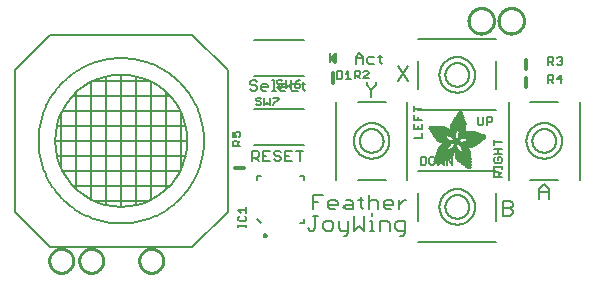
<source format=gbr>
G04 EAGLE Gerber RS-274X export*
G75*
%MOMM*%
%FSLAX34Y34*%
%LPD*%
%INSilkscreen Top*%
%IPPOS*%
%AMOC8*
5,1,8,0,0,1.08239X$1,22.5*%
G01*
%ADD10C,0.127000*%
%ADD11C,0.254000*%
%ADD12C,0.177800*%
%ADD13C,0.203200*%
%ADD14C,0.152400*%
%ADD15R,0.190500X0.889000*%
%ADD16R,0.068600X0.007600*%
%ADD17R,0.114300X0.007600*%
%ADD18R,0.152400X0.007700*%
%ADD19R,0.182900X0.007600*%
%ADD20R,0.205700X0.007600*%
%ADD21R,0.228600X0.007600*%
%ADD22R,0.259100X0.007600*%
%ADD23R,0.274300X0.007700*%
%ADD24R,0.289500X0.007600*%
%ADD25R,0.304800X0.007600*%
%ADD26R,0.320100X0.007600*%
%ADD27R,0.342900X0.007600*%
%ADD28R,0.350500X0.007700*%
%ADD29R,0.365800X0.007600*%
%ADD30R,0.381000X0.007600*%
%ADD31R,0.388600X0.007600*%
%ADD32R,0.403800X0.007600*%
%ADD33R,0.419100X0.007700*%
%ADD34R,0.426700X0.007600*%
%ADD35R,0.441900X0.007600*%
%ADD36R,0.449600X0.007600*%
%ADD37R,0.464800X0.007600*%
%ADD38R,0.480000X0.007700*%
%ADD39R,0.487600X0.007600*%
%ADD40R,0.495300X0.007600*%
%ADD41R,0.510500X0.007600*%
%ADD42R,0.518100X0.007600*%
%ADD43R,0.525700X0.007700*%
%ADD44R,0.541000X0.007600*%
%ADD45R,0.548600X0.007600*%
%ADD46R,0.563800X0.007600*%
%ADD47R,0.571500X0.007600*%
%ADD48R,0.579100X0.007700*%
%ADD49R,0.594300X0.007600*%
%ADD50R,0.601900X0.007600*%
%ADD51R,0.609600X0.007600*%
%ADD52R,0.624800X0.007600*%
%ADD53R,0.632400X0.007700*%
%ADD54R,0.640000X0.007600*%
%ADD55R,0.655300X0.007600*%
%ADD56R,0.662900X0.007600*%
%ADD57R,0.678100X0.007600*%
%ADD58R,0.685800X0.007700*%
%ADD59R,0.693400X0.007600*%
%ADD60R,0.708600X0.007600*%
%ADD61R,0.716200X0.007600*%
%ADD62R,0.723900X0.007600*%
%ADD63R,0.739100X0.007700*%
%ADD64R,0.746700X0.007600*%
%ADD65R,0.754300X0.007600*%
%ADD66R,0.769600X0.007600*%
%ADD67R,0.777200X0.007600*%
%ADD68R,0.792400X0.007700*%
%ADD69R,0.800100X0.007600*%
%ADD70R,0.807700X0.007600*%
%ADD71R,0.822900X0.007600*%
%ADD72R,0.830500X0.007600*%
%ADD73R,0.838200X0.007700*%
%ADD74R,0.091500X0.007600*%
%ADD75R,0.853400X0.007600*%
%ADD76R,0.144700X0.007600*%
%ADD77R,0.861000X0.007600*%
%ADD78R,0.190500X0.007600*%
%ADD79R,0.876300X0.007600*%
%ADD80R,0.221000X0.007600*%
%ADD81R,0.883900X0.007600*%
%ADD82R,0.259000X0.007700*%
%ADD83R,0.891500X0.007700*%
%ADD84R,0.289600X0.007600*%
%ADD85R,0.906700X0.007600*%
%ADD86R,0.914400X0.007600*%
%ADD87R,0.350500X0.007600*%
%ADD88R,0.922000X0.007600*%
%ADD89R,0.937200X0.007600*%
%ADD90R,0.411400X0.007700*%
%ADD91R,0.944800X0.007700*%
%ADD92R,0.434300X0.007600*%
%ADD93R,0.952500X0.007600*%
%ADD94R,0.464900X0.007600*%
%ADD95R,0.967700X0.007600*%
%ADD96R,0.975300X0.007600*%
%ADD97R,0.518200X0.007600*%
%ADD98R,0.990600X0.007600*%
%ADD99R,0.548600X0.007700*%
%ADD100R,0.998200X0.007700*%
%ADD101R,1.005800X0.007600*%
%ADD102R,0.594400X0.007600*%
%ADD103R,1.021000X0.007600*%
%ADD104R,0.617200X0.007600*%
%ADD105R,1.028700X0.007600*%
%ADD106R,0.647700X0.007600*%
%ADD107R,1.036300X0.007600*%
%ADD108R,0.670500X0.007700*%
%ADD109R,1.051500X0.007700*%
%ADD110R,1.059100X0.007600*%
%ADD111R,0.716300X0.007600*%
%ADD112R,1.066800X0.007600*%
%ADD113R,0.739100X0.007600*%
%ADD114R,1.074400X0.007600*%
%ADD115R,0.762000X0.007600*%
%ADD116R,1.089600X0.007600*%
%ADD117R,0.784800X0.007700*%
%ADD118R,1.097200X0.007700*%
%ADD119R,1.104900X0.007600*%
%ADD120R,0.830600X0.007600*%
%ADD121R,1.112500X0.007600*%
%ADD122R,0.845800X0.007600*%
%ADD123R,1.120100X0.007600*%
%ADD124R,0.868700X0.007600*%
%ADD125R,1.127700X0.007600*%
%ADD126R,1.135300X0.007700*%
%ADD127R,1.143000X0.007600*%
%ADD128R,0.944900X0.007600*%
%ADD129R,1.150600X0.007600*%
%ADD130R,0.960100X0.007600*%
%ADD131R,1.158200X0.007600*%
%ADD132R,0.983000X0.007600*%
%ADD133R,1.165800X0.007600*%
%ADD134R,1.005900X0.007700*%
%ADD135R,1.173400X0.007700*%
%ADD136R,1.021100X0.007600*%
%ADD137R,1.181100X0.007600*%
%ADD138R,1.044000X0.007600*%
%ADD139R,1.188700X0.007600*%
%ADD140R,1.196300X0.007600*%
%ADD141R,1.082000X0.007600*%
%ADD142R,1.203900X0.007600*%
%ADD143R,1.104900X0.007700*%
%ADD144R,1.211500X0.007700*%
%ADD145R,1.211500X0.007600*%
%ADD146R,1.219200X0.007600*%
%ADD147R,1.226800X0.007600*%
%ADD148R,1.234400X0.007600*%
%ADD149R,1.188700X0.007700*%
%ADD150R,1.242000X0.007700*%
%ADD151R,1.242000X0.007600*%
%ADD152R,1.211600X0.007600*%
%ADD153R,1.249600X0.007600*%
%ADD154R,1.257300X0.007600*%
%ADD155R,1.264900X0.007600*%
%ADD156R,1.242100X0.007700*%
%ADD157R,1.264900X0.007700*%
%ADD158R,1.272500X0.007600*%
%ADD159R,1.265000X0.007600*%
%ADD160R,1.280100X0.007600*%
%ADD161R,1.272600X0.007600*%
%ADD162R,1.287700X0.007600*%
%ADD163R,1.287800X0.007600*%
%ADD164R,1.295400X0.007700*%
%ADD165R,1.303000X0.007600*%
%ADD166R,1.318200X0.007600*%
%ADD167R,1.310600X0.007600*%
%ADD168R,1.325900X0.007600*%
%ADD169R,1.341100X0.007700*%
%ADD170R,1.318200X0.007700*%
%ADD171R,1.341100X0.007600*%
%ADD172R,1.325800X0.007600*%
%ADD173R,1.348700X0.007600*%
%ADD174R,1.364000X0.007600*%
%ADD175R,1.333500X0.007600*%
%ADD176R,1.371600X0.007700*%
%ADD177R,1.379200X0.007600*%
%ADD178R,1.379300X0.007600*%
%ADD179R,1.386900X0.007600*%
%ADD180R,1.394500X0.007600*%
%ADD181R,1.356300X0.007600*%
%ADD182R,1.394400X0.007700*%
%ADD183R,1.356300X0.007700*%
%ADD184R,1.402000X0.007600*%
%ADD185R,1.409700X0.007600*%
%ADD186R,1.363900X0.007600*%
%ADD187R,1.417300X0.007600*%
%ADD188R,1.371600X0.007600*%
%ADD189R,1.424900X0.007700*%
%ADD190R,1.424900X0.007600*%
%ADD191R,1.432600X0.007600*%
%ADD192R,1.440200X0.007600*%
%ADD193R,1.386800X0.007600*%
%ADD194R,1.447800X0.007700*%
%ADD195R,1.386800X0.007700*%
%ADD196R,1.447800X0.007600*%
%ADD197R,1.455500X0.007600*%
%ADD198R,1.394400X0.007600*%
%ADD199R,1.463100X0.007600*%
%ADD200R,1.455400X0.007700*%
%ADD201R,1.463000X0.007600*%
%ADD202R,1.470600X0.007600*%
%ADD203R,1.470600X0.007700*%
%ADD204R,1.409700X0.007700*%
%ADD205R,1.470700X0.007600*%
%ADD206R,1.402100X0.007600*%
%ADD207R,1.478300X0.007600*%
%ADD208R,1.478300X0.007700*%
%ADD209R,1.402100X0.007700*%
%ADD210R,1.485900X0.007600*%
%ADD211R,1.485900X0.007700*%
%ADD212R,1.493500X0.007700*%
%ADD213R,1.493500X0.007600*%
%ADD214R,1.394500X0.007700*%
%ADD215R,1.493600X0.007700*%
%ADD216R,1.386900X0.007700*%
%ADD217R,1.379200X0.007700*%
%ADD218R,2.857500X0.007700*%
%ADD219R,2.857500X0.007600*%
%ADD220R,2.849900X0.007600*%
%ADD221R,2.842300X0.007600*%
%ADD222R,2.834700X0.007700*%
%ADD223R,2.827000X0.007600*%
%ADD224R,2.819400X0.007600*%
%ADD225R,2.811800X0.007600*%
%ADD226R,2.811800X0.007700*%
%ADD227R,2.804100X0.007600*%
%ADD228R,2.796500X0.007600*%
%ADD229R,1.966000X0.007600*%
%ADD230R,1.943100X0.007600*%
%ADD231R,0.754400X0.007600*%
%ADD232R,1.927900X0.007700*%
%ADD233R,0.746700X0.007700*%
%ADD234R,1.912600X0.007600*%
%ADD235R,0.731500X0.007600*%
%ADD236R,1.905000X0.007600*%
%ADD237R,1.882200X0.007600*%
%ADD238R,1.874600X0.007600*%
%ADD239R,1.866900X0.007700*%
%ADD240R,0.708700X0.007700*%
%ADD241R,1.851600X0.007600*%
%ADD242R,0.701100X0.007600*%
%ADD243R,1.844000X0.007600*%
%ADD244R,1.836400X0.007600*%
%ADD245R,1.821200X0.007600*%
%ADD246R,0.685800X0.007600*%
%ADD247R,1.813500X0.007700*%
%ADD248R,1.805900X0.007600*%
%ADD249R,0.678200X0.007600*%
%ADD250R,1.790700X0.007600*%
%ADD251R,0.670600X0.007600*%
%ADD252R,1.775500X0.007600*%
%ADD253R,1.767900X0.007700*%
%ADD254R,0.663000X0.007700*%
%ADD255R,1.760200X0.007600*%
%ADD256R,1.752600X0.007600*%
%ADD257R,0.937300X0.007600*%
%ADD258R,0.792500X0.007600*%
%ADD259R,0.899100X0.007600*%
%ADD260R,0.883900X0.007700*%
%ADD261R,0.716300X0.007700*%
%ADD262R,0.647700X0.007700*%
%ADD263R,0.640100X0.007600*%
%ADD264R,0.632500X0.007600*%
%ADD265R,0.655400X0.007600*%
%ADD266R,0.632400X0.007600*%
%ADD267R,0.845800X0.007700*%
%ADD268R,0.617200X0.007700*%
%ADD269R,0.624800X0.007700*%
%ADD270R,0.602000X0.007600*%
%ADD271R,0.838200X0.007600*%
%ADD272R,0.586700X0.007600*%
%ADD273R,0.548700X0.007600*%
%ADD274R,0.830500X0.007700*%
%ADD275R,0.541000X0.007700*%
%ADD276R,0.594300X0.007700*%
%ADD277R,0.525800X0.007600*%
%ADD278R,0.586800X0.007600*%
%ADD279R,0.815300X0.007600*%
%ADD280R,0.579200X0.007600*%
%ADD281R,0.815400X0.007600*%
%ADD282R,0.815400X0.007700*%
%ADD283R,0.571500X0.007700*%
%ADD284R,0.807800X0.007600*%
%ADD285R,0.563900X0.007600*%
%ADD286R,0.457200X0.007600*%
%ADD287R,0.442000X0.007600*%
%ADD288R,0.556300X0.007600*%
%ADD289R,0.807700X0.007700*%
%ADD290R,0.411500X0.007600*%
%ADD291R,0.533400X0.007600*%
%ADD292R,0.076200X0.007600*%
%ADD293R,0.403900X0.007600*%
%ADD294R,0.525700X0.007600*%
%ADD295R,0.388700X0.007600*%
%ADD296R,0.297200X0.007600*%
%ADD297R,0.373400X0.007700*%
%ADD298R,0.503000X0.007700*%
%ADD299R,0.426800X0.007700*%
%ADD300R,0.358100X0.007600*%
%ADD301R,0.502900X0.007600*%
%ADD302R,0.472400X0.007600*%
%ADD303R,0.487700X0.007600*%
%ADD304R,0.335300X0.007600*%
%ADD305R,0.792500X0.007700*%
%ADD306R,0.327600X0.007700*%
%ADD307R,0.472400X0.007700*%
%ADD308R,0.640000X0.007700*%
%ADD309R,0.784800X0.007600*%
%ADD310R,0.320000X0.007600*%
%ADD311R,0.792400X0.007600*%
%ADD312R,1.173400X0.007600*%
%ADD313R,1.196400X0.007600*%
%ADD314R,0.784900X0.007600*%
%ADD315R,0.784900X0.007700*%
%ADD316R,0.297200X0.007700*%
%ADD317R,1.249700X0.007600*%
%ADD318R,0.281900X0.007600*%
%ADD319R,1.295400X0.007600*%
%ADD320R,0.266700X0.007600*%
%ADD321R,0.777300X0.007700*%
%ADD322R,0.266700X0.007700*%
%ADD323R,1.333500X0.007700*%
%ADD324R,0.777300X0.007600*%
%ADD325R,1.348800X0.007600*%
%ADD326R,0.251500X0.007600*%
%ADD327R,0.243900X0.007700*%
%ADD328R,0.243900X0.007600*%
%ADD329R,1.440100X0.007600*%
%ADD330R,0.236200X0.007600*%
%ADD331R,0.762000X0.007700*%
%ADD332R,0.236200X0.007700*%
%ADD333R,1.508700X0.007700*%
%ADD334R,1.531600X0.007600*%
%ADD335R,1.546900X0.007600*%
%ADD336R,1.569700X0.007600*%
%ADD337R,1.585000X0.007600*%
%ADD338R,0.746800X0.007700*%
%ADD339R,1.607800X0.007700*%
%ADD340R,0.243800X0.007600*%
%ADD341R,1.630700X0.007600*%
%ADD342R,1.653500X0.007600*%
%ADD343R,0.739200X0.007600*%
%ADD344R,1.684000X0.007600*%
%ADD345R,2.019300X0.007600*%
%ADD346R,0.731500X0.007700*%
%ADD347R,2.026900X0.007700*%
%ADD348R,2.049800X0.007600*%
%ADD349R,2.057400X0.007600*%
%ADD350R,0.708700X0.007600*%
%ADD351R,2.072600X0.007600*%
%ADD352R,0.701000X0.007600*%
%ADD353R,2.095500X0.007600*%
%ADD354R,0.693500X0.007700*%
%ADD355R,2.110800X0.007700*%
%ADD356R,2.141200X0.007600*%
%ADD357R,0.060900X0.007600*%
%ADD358R,2.872700X0.007600*%
%ADD359R,3.124200X0.007600*%
%ADD360R,3.177600X0.007600*%
%ADD361R,3.215600X0.007700*%
%ADD362R,3.253700X0.007600*%
%ADD363R,3.284300X0.007600*%
%ADD364R,3.314700X0.007600*%
%ADD365R,3.352800X0.007600*%
%ADD366R,3.375600X0.007700*%
%ADD367R,3.406200X0.007600*%
%ADD368R,3.429000X0.007600*%
%ADD369R,3.451800X0.007600*%
%ADD370R,3.482400X0.007600*%
%ADD371R,1.828800X0.007700*%
%ADD372R,1.539300X0.007700*%
%ADD373R,1.767900X0.007600*%
%ADD374R,1.767800X0.007600*%
%ADD375R,1.760200X0.007700*%
%ADD376R,1.760300X0.007600*%
%ADD377R,1.775400X0.007700*%
%ADD378R,1.379300X0.007700*%
%ADD379R,1.783000X0.007600*%
%ADD380R,1.813500X0.007600*%
%ADD381R,1.821100X0.007700*%
%ADD382R,0.503000X0.007600*%
%ADD383R,1.135400X0.007600*%
%ADD384R,1.127700X0.007700*%
%ADD385R,0.487700X0.007700*%
%ADD386R,1.120200X0.007600*%
%ADD387R,1.097300X0.007600*%
%ADD388R,0.510600X0.007600*%
%ADD389R,1.074400X0.007700*%
%ADD390R,0.525800X0.007700*%
%ADD391R,1.440200X0.007700*%
%ADD392R,1.059200X0.007600*%
%ADD393R,1.051600X0.007600*%
%ADD394R,1.051500X0.007600*%
%ADD395R,1.043900X0.007700*%
%ADD396R,0.602000X0.007700*%
%ADD397R,1.524000X0.007600*%
%ADD398R,1.539300X0.007600*%
%ADD399R,1.592600X0.007600*%
%ADD400R,1.021100X0.007700*%
%ADD401R,1.615400X0.007700*%
%ADD402R,1.013400X0.007600*%
%ADD403R,1.653600X0.007600*%
%ADD404R,1.013500X0.007600*%
%ADD405R,1.699300X0.007600*%
%ADD406R,2.743200X0.007600*%
%ADD407R,1.005900X0.007600*%
%ADD408R,2.415500X0.007600*%
%ADD409R,1.005800X0.007700*%
%ADD410R,0.281900X0.007700*%
%ADD411R,2.408000X0.007700*%
%ADD412R,2.407900X0.007600*%
%ADD413R,0.998200X0.007600*%
%ADD414R,0.282000X0.007600*%
%ADD415R,0.998300X0.007600*%
%ADD416R,2.400300X0.007600*%
%ADD417R,0.289500X0.007700*%
%ADD418R,2.400300X0.007700*%
%ADD419R,0.297100X0.007600*%
%ADD420R,0.312400X0.007600*%
%ADD421R,2.392700X0.007600*%
%ADD422R,0.990600X0.007700*%
%ADD423R,0.327700X0.007700*%
%ADD424R,2.392700X0.007700*%
%ADD425R,2.385100X0.007600*%
%ADD426R,0.381000X0.007700*%
%ADD427R,2.377400X0.007700*%
%ADD428R,2.377400X0.007600*%
%ADD429R,2.369800X0.007600*%
%ADD430R,0.419100X0.007600*%
%ADD431R,2.362200X0.007600*%
%ADD432R,0.426800X0.007600*%
%ADD433R,1.036300X0.007700*%
%ADD434R,0.442000X0.007700*%
%ADD435R,2.354600X0.007700*%
%ADD436R,2.354600X0.007600*%
%ADD437R,0.480100X0.007600*%
%ADD438R,2.347000X0.007600*%
%ADD439R,1.074500X0.007600*%
%ADD440R,2.339400X0.007600*%
%ADD441R,1.082100X0.007700*%
%ADD442R,0.548700X0.007700*%
%ADD443R,2.331800X0.007700*%
%ADD444R,2.331800X0.007600*%
%ADD445R,0.624900X0.007600*%
%ADD446R,2.324100X0.007600*%
%ADD447R,1.859300X0.007600*%
%ADD448R,2.308800X0.007600*%
%ADD449R,2.301200X0.007700*%
%ADD450R,2.301200X0.007600*%
%ADD451R,2.293600X0.007600*%
%ADD452R,2.278400X0.007600*%
%ADD453R,1.889800X0.007600*%
%ADD454R,2.270700X0.007600*%
%ADD455R,1.897400X0.007700*%
%ADD456R,2.255500X0.007700*%
%ADD457R,1.897400X0.007600*%
%ADD458R,2.247900X0.007600*%
%ADD459R,2.232600X0.007600*%
%ADD460R,1.912700X0.007600*%
%ADD461R,2.209800X0.007600*%
%ADD462R,1.920300X0.007600*%
%ADD463R,2.186900X0.007600*%
%ADD464R,1.920300X0.007700*%
%ADD465R,2.171700X0.007700*%
%ADD466R,1.935500X0.007600*%
%ADD467R,2.148800X0.007600*%
%ADD468R,2.126000X0.007600*%
%ADD469R,1.950700X0.007600*%
%ADD470R,1.958400X0.007700*%
%ADD471R,2.042200X0.007700*%
%ADD472R,1.973600X0.007600*%
%ADD473R,1.996500X0.007600*%
%ADD474R,1.981200X0.007600*%
%ADD475R,1.988800X0.007600*%
%ADD476R,1.996400X0.007700*%
%ADD477R,1.996400X0.007600*%
%ADD478R,2.004100X0.007600*%
%ADD479R,1.874500X0.007600*%
%ADD480R,1.425000X0.007600*%
%ADD481R,2.026900X0.007600*%
%ADD482R,0.434400X0.007700*%
%ADD483R,1.364000X0.007700*%
%ADD484R,2.034500X0.007600*%
%ADD485R,0.434400X0.007600*%
%ADD486R,2.049700X0.007600*%
%ADD487R,2.065000X0.007700*%
%ADD488R,0.464800X0.007700*%
%ADD489R,1.196300X0.007700*%
%ADD490R,2.080300X0.007600*%
%ADD491R,1.158300X0.007600*%
%ADD492R,2.087900X0.007600*%
%ADD493R,0.472500X0.007600*%
%ADD494R,2.103100X0.007600*%
%ADD495R,2.118400X0.007600*%
%ADD496R,2.133600X0.007600*%
%ADD497R,2.148800X0.007700*%
%ADD498R,2.164000X0.007600*%
%ADD499R,2.171700X0.007600*%
%ADD500R,2.187000X0.007600*%
%ADD501R,0.556200X0.007600*%
%ADD502R,2.202200X0.007700*%
%ADD503R,0.556200X0.007700*%
%ADD504R,0.640100X0.007700*%
%ADD505R,0.579100X0.007600*%
%ADD506R,0.480000X0.007600*%
%ADD507R,1.752600X0.007700*%
%ADD508R,0.487600X0.007700*%
%ADD509R,0.594400X0.007700*%
%ADD510R,0.358100X0.007700*%
%ADD511R,0.099000X0.007600*%
%ADD512R,1.280200X0.007600*%
%ADD513R,1.745000X0.007600*%
%ADD514R,1.744900X0.007600*%
%ADD515R,1.737300X0.007700*%
%ADD516R,1.737400X0.007600*%
%ADD517R,1.729800X0.007600*%
%ADD518R,1.722200X0.007600*%
%ADD519R,1.722100X0.007600*%
%ADD520R,1.714500X0.007700*%
%ADD521R,1.356400X0.007700*%
%ADD522R,1.706900X0.007600*%
%ADD523R,1.356400X0.007600*%
%ADD524R,1.691700X0.007600*%
%ADD525R,1.668800X0.007700*%
%ADD526R,1.645900X0.007600*%
%ADD527R,1.623100X0.007600*%
%ADD528R,1.577400X0.007600*%
%ADD529R,1.554400X0.007600*%
%ADD530R,1.539200X0.007600*%
%ADD531R,1.524000X0.007700*%
%ADD532R,1.501100X0.007600*%
%ADD533R,1.455400X0.007600*%
%ADD534R,1.348800X0.007700*%
%ADD535R,1.318300X0.007600*%
%ADD536R,1.310600X0.007700*%
%ADD537R,1.287800X0.007700*%
%ADD538R,1.234500X0.007600*%
%ADD539R,1.226900X0.007600*%
%ADD540R,1.173500X0.007700*%
%ADD541R,1.173500X0.007600*%
%ADD542R,1.165900X0.007600*%
%ADD543R,1.143000X0.007700*%
%ADD544R,1.127800X0.007600*%
%ADD545R,1.097200X0.007600*%
%ADD546R,1.028700X0.007700*%
%ADD547R,0.982900X0.007600*%
%ADD548R,0.952500X0.007700*%
%ADD549R,0.929600X0.007600*%
%ADD550R,0.906800X0.007700*%
%ADD551R,0.906800X0.007600*%
%ADD552R,0.899200X0.007600*%
%ADD553R,0.884000X0.007600*%
%ADD554R,0.876300X0.007700*%
%ADD555R,0.830600X0.007700*%
%ADD556R,0.754400X0.007700*%
%ADD557R,0.746800X0.007600*%
%ADD558R,0.708600X0.007700*%
%ADD559R,0.678200X0.007700*%
%ADD560R,0.663000X0.007600*%
%ADD561R,0.632500X0.007700*%
%ADD562R,0.556300X0.007700*%
%ADD563R,0.518200X0.007700*%
%ADD564R,0.434300X0.007700*%
%ADD565R,0.396300X0.007700*%
%ADD566R,0.373300X0.007600*%
%ADD567R,0.365700X0.007600*%
%ADD568R,0.327700X0.007600*%
%ADD569R,0.304800X0.007700*%
%ADD570R,0.274300X0.007600*%
%ADD571R,0.243800X0.007700*%
%ADD572R,0.205800X0.007600*%
%ADD573R,0.152400X0.007600*%
%ADD574R,0.121900X0.007700*%
%ADD575C,0.304800*%

G36*
X295932Y179582D02*
X295932Y179582D01*
X295949Y179580D01*
X296052Y179602D01*
X296157Y179620D01*
X296172Y179628D01*
X296190Y179632D01*
X296280Y179686D01*
X296374Y179736D01*
X296386Y179749D01*
X296401Y179758D01*
X296470Y179838D01*
X296542Y179915D01*
X296549Y179932D01*
X296561Y179945D01*
X296600Y180043D01*
X296644Y180139D01*
X296646Y180157D01*
X296653Y180173D01*
X296671Y180340D01*
X296671Y187960D01*
X296669Y187977D01*
X296670Y187992D01*
X296670Y187995D01*
X296649Y188099D01*
X296632Y188203D01*
X296623Y188218D01*
X296620Y188236D01*
X296566Y188327D01*
X296516Y188420D01*
X296504Y188432D01*
X296495Y188448D01*
X296415Y188517D01*
X296338Y188590D01*
X296322Y188597D01*
X296308Y188609D01*
X296211Y188649D01*
X296115Y188693D01*
X296097Y188695D01*
X296081Y188702D01*
X295975Y188709D01*
X295871Y188720D01*
X295853Y188716D01*
X295835Y188718D01*
X295733Y188690D01*
X295660Y188674D01*
X295657Y188674D01*
X295630Y188668D01*
X295615Y188659D01*
X295598Y188654D01*
X295453Y188569D01*
X290373Y184759D01*
X290370Y184756D01*
X290367Y184754D01*
X290285Y184667D01*
X290203Y184582D01*
X290201Y184578D01*
X290198Y184575D01*
X290148Y184466D01*
X290098Y184359D01*
X290098Y184355D01*
X290096Y184351D01*
X290083Y184233D01*
X290070Y184115D01*
X290070Y184111D01*
X290070Y184106D01*
X290096Y183990D01*
X290121Y183874D01*
X290123Y183870D01*
X290124Y183866D01*
X290185Y183764D01*
X290246Y183662D01*
X290249Y183659D01*
X290251Y183656D01*
X290373Y183541D01*
X295453Y179731D01*
X295469Y179723D01*
X295482Y179711D01*
X295578Y179666D01*
X295671Y179617D01*
X295689Y179614D01*
X295705Y179607D01*
X295810Y179595D01*
X295914Y179579D01*
X295932Y179582D01*
G37*
D10*
X224897Y97155D02*
X224897Y106053D01*
X229346Y106053D01*
X230829Y104570D01*
X230829Y101604D01*
X229346Y100121D01*
X224897Y100121D01*
X227863Y100121D02*
X230829Y97155D01*
X234252Y106053D02*
X240184Y106053D01*
X234252Y106053D02*
X234252Y97155D01*
X240184Y97155D01*
X237218Y101604D02*
X234252Y101604D01*
X248056Y106053D02*
X249539Y104570D01*
X248056Y106053D02*
X245090Y106053D01*
X243607Y104570D01*
X243607Y103087D01*
X245090Y101604D01*
X248056Y101604D01*
X249539Y100121D01*
X249539Y98638D01*
X248056Y97155D01*
X245090Y97155D01*
X243607Y98638D01*
X252963Y106053D02*
X258894Y106053D01*
X252963Y106053D02*
X252963Y97155D01*
X258894Y97155D01*
X255928Y101604D02*
X252963Y101604D01*
X265284Y97155D02*
X265284Y106053D01*
X262318Y106053D02*
X268250Y106053D01*
X229270Y164260D02*
X227787Y165743D01*
X224821Y165743D01*
X223338Y164260D01*
X223338Y162777D01*
X224821Y161294D01*
X227787Y161294D01*
X229270Y159811D01*
X229270Y158328D01*
X227787Y156845D01*
X224821Y156845D01*
X223338Y158328D01*
X234176Y156845D02*
X237142Y156845D01*
X234176Y156845D02*
X232693Y158328D01*
X232693Y161294D01*
X234176Y162777D01*
X237142Y162777D01*
X238625Y161294D01*
X238625Y159811D01*
X232693Y159811D01*
X242048Y165743D02*
X243531Y165743D01*
X243531Y156845D01*
X242048Y156845D02*
X245014Y156845D01*
X249768Y156845D02*
X252734Y156845D01*
X249768Y156845D02*
X248285Y158328D01*
X248285Y161294D01*
X249768Y162777D01*
X252734Y162777D01*
X254217Y161294D01*
X254217Y159811D01*
X248285Y159811D01*
X259123Y162777D02*
X263572Y162777D01*
X259123Y162777D02*
X257640Y161294D01*
X257640Y158328D01*
X259123Y156845D01*
X263572Y156845D01*
X268478Y158328D02*
X268478Y164260D01*
X268478Y158328D02*
X269961Y156845D01*
X269961Y162777D02*
X266995Y162777D01*
D11*
X408324Y215900D02*
X408327Y216164D01*
X408337Y216429D01*
X408353Y216693D01*
X408376Y216956D01*
X408405Y217219D01*
X408441Y217481D01*
X408483Y217742D01*
X408531Y218002D01*
X408586Y218261D01*
X408647Y218518D01*
X408714Y218774D01*
X408788Y219028D01*
X408868Y219280D01*
X408954Y219530D01*
X409046Y219778D01*
X409144Y220024D01*
X409248Y220267D01*
X409359Y220507D01*
X409475Y220745D01*
X409596Y220980D01*
X409724Y221211D01*
X409857Y221440D01*
X409996Y221665D01*
X410140Y221887D01*
X410290Y222105D01*
X410445Y222319D01*
X410605Y222530D01*
X410770Y222736D01*
X410940Y222939D01*
X411116Y223137D01*
X411296Y223330D01*
X411480Y223520D01*
X411670Y223704D01*
X411863Y223884D01*
X412061Y224060D01*
X412264Y224230D01*
X412470Y224395D01*
X412681Y224555D01*
X412895Y224710D01*
X413113Y224860D01*
X413335Y225004D01*
X413560Y225143D01*
X413789Y225276D01*
X414020Y225404D01*
X414255Y225525D01*
X414493Y225641D01*
X414733Y225752D01*
X414976Y225856D01*
X415222Y225954D01*
X415470Y226046D01*
X415720Y226132D01*
X415972Y226212D01*
X416226Y226286D01*
X416482Y226353D01*
X416739Y226414D01*
X416998Y226469D01*
X417258Y226517D01*
X417519Y226559D01*
X417781Y226595D01*
X418044Y226624D01*
X418307Y226647D01*
X418571Y226663D01*
X418836Y226673D01*
X419100Y226676D01*
X419364Y226673D01*
X419629Y226663D01*
X419893Y226647D01*
X420156Y226624D01*
X420419Y226595D01*
X420681Y226559D01*
X420942Y226517D01*
X421202Y226469D01*
X421461Y226414D01*
X421718Y226353D01*
X421974Y226286D01*
X422228Y226212D01*
X422480Y226132D01*
X422730Y226046D01*
X422978Y225954D01*
X423224Y225856D01*
X423467Y225752D01*
X423707Y225641D01*
X423945Y225525D01*
X424180Y225404D01*
X424411Y225276D01*
X424640Y225143D01*
X424865Y225004D01*
X425087Y224860D01*
X425305Y224710D01*
X425519Y224555D01*
X425730Y224395D01*
X425936Y224230D01*
X426139Y224060D01*
X426337Y223884D01*
X426530Y223704D01*
X426720Y223520D01*
X426904Y223330D01*
X427084Y223137D01*
X427260Y222939D01*
X427430Y222736D01*
X427595Y222530D01*
X427755Y222319D01*
X427910Y222105D01*
X428060Y221887D01*
X428204Y221665D01*
X428343Y221440D01*
X428476Y221211D01*
X428604Y220980D01*
X428725Y220745D01*
X428841Y220507D01*
X428952Y220267D01*
X429056Y220024D01*
X429154Y219778D01*
X429246Y219530D01*
X429332Y219280D01*
X429412Y219028D01*
X429486Y218774D01*
X429553Y218518D01*
X429614Y218261D01*
X429669Y218002D01*
X429717Y217742D01*
X429759Y217481D01*
X429795Y217219D01*
X429824Y216956D01*
X429847Y216693D01*
X429863Y216429D01*
X429873Y216164D01*
X429876Y215900D01*
X429873Y215636D01*
X429863Y215371D01*
X429847Y215107D01*
X429824Y214844D01*
X429795Y214581D01*
X429759Y214319D01*
X429717Y214058D01*
X429669Y213798D01*
X429614Y213539D01*
X429553Y213282D01*
X429486Y213026D01*
X429412Y212772D01*
X429332Y212520D01*
X429246Y212270D01*
X429154Y212022D01*
X429056Y211776D01*
X428952Y211533D01*
X428841Y211293D01*
X428725Y211055D01*
X428604Y210820D01*
X428476Y210589D01*
X428343Y210360D01*
X428204Y210135D01*
X428060Y209913D01*
X427910Y209695D01*
X427755Y209481D01*
X427595Y209270D01*
X427430Y209064D01*
X427260Y208861D01*
X427084Y208663D01*
X426904Y208470D01*
X426720Y208280D01*
X426530Y208096D01*
X426337Y207916D01*
X426139Y207740D01*
X425936Y207570D01*
X425730Y207405D01*
X425519Y207245D01*
X425305Y207090D01*
X425087Y206940D01*
X424865Y206796D01*
X424640Y206657D01*
X424411Y206524D01*
X424180Y206396D01*
X423945Y206275D01*
X423707Y206159D01*
X423467Y206048D01*
X423224Y205944D01*
X422978Y205846D01*
X422730Y205754D01*
X422480Y205668D01*
X422228Y205588D01*
X421974Y205514D01*
X421718Y205447D01*
X421461Y205386D01*
X421202Y205331D01*
X420942Y205283D01*
X420681Y205241D01*
X420419Y205205D01*
X420156Y205176D01*
X419893Y205153D01*
X419629Y205137D01*
X419364Y205127D01*
X419100Y205124D01*
X418836Y205127D01*
X418571Y205137D01*
X418307Y205153D01*
X418044Y205176D01*
X417781Y205205D01*
X417519Y205241D01*
X417258Y205283D01*
X416998Y205331D01*
X416739Y205386D01*
X416482Y205447D01*
X416226Y205514D01*
X415972Y205588D01*
X415720Y205668D01*
X415470Y205754D01*
X415222Y205846D01*
X414976Y205944D01*
X414733Y206048D01*
X414493Y206159D01*
X414255Y206275D01*
X414020Y206396D01*
X413789Y206524D01*
X413560Y206657D01*
X413335Y206796D01*
X413113Y206940D01*
X412895Y207090D01*
X412681Y207245D01*
X412470Y207405D01*
X412264Y207570D01*
X412061Y207740D01*
X411863Y207916D01*
X411670Y208096D01*
X411480Y208280D01*
X411296Y208470D01*
X411116Y208663D01*
X410940Y208861D01*
X410770Y209064D01*
X410605Y209270D01*
X410445Y209481D01*
X410290Y209695D01*
X410140Y209913D01*
X409996Y210135D01*
X409857Y210360D01*
X409724Y210589D01*
X409596Y210820D01*
X409475Y211055D01*
X409359Y211293D01*
X409248Y211533D01*
X409144Y211776D01*
X409046Y212022D01*
X408954Y212270D01*
X408868Y212520D01*
X408788Y212772D01*
X408714Y213026D01*
X408647Y213282D01*
X408586Y213539D01*
X408531Y213798D01*
X408483Y214058D01*
X408441Y214319D01*
X408405Y214581D01*
X408376Y214844D01*
X408353Y215107D01*
X408337Y215371D01*
X408327Y215636D01*
X408324Y215900D01*
X433724Y215900D02*
X433727Y216164D01*
X433737Y216429D01*
X433753Y216693D01*
X433776Y216956D01*
X433805Y217219D01*
X433841Y217481D01*
X433883Y217742D01*
X433931Y218002D01*
X433986Y218261D01*
X434047Y218518D01*
X434114Y218774D01*
X434188Y219028D01*
X434268Y219280D01*
X434354Y219530D01*
X434446Y219778D01*
X434544Y220024D01*
X434648Y220267D01*
X434759Y220507D01*
X434875Y220745D01*
X434996Y220980D01*
X435124Y221211D01*
X435257Y221440D01*
X435396Y221665D01*
X435540Y221887D01*
X435690Y222105D01*
X435845Y222319D01*
X436005Y222530D01*
X436170Y222736D01*
X436340Y222939D01*
X436516Y223137D01*
X436696Y223330D01*
X436880Y223520D01*
X437070Y223704D01*
X437263Y223884D01*
X437461Y224060D01*
X437664Y224230D01*
X437870Y224395D01*
X438081Y224555D01*
X438295Y224710D01*
X438513Y224860D01*
X438735Y225004D01*
X438960Y225143D01*
X439189Y225276D01*
X439420Y225404D01*
X439655Y225525D01*
X439893Y225641D01*
X440133Y225752D01*
X440376Y225856D01*
X440622Y225954D01*
X440870Y226046D01*
X441120Y226132D01*
X441372Y226212D01*
X441626Y226286D01*
X441882Y226353D01*
X442139Y226414D01*
X442398Y226469D01*
X442658Y226517D01*
X442919Y226559D01*
X443181Y226595D01*
X443444Y226624D01*
X443707Y226647D01*
X443971Y226663D01*
X444236Y226673D01*
X444500Y226676D01*
X444764Y226673D01*
X445029Y226663D01*
X445293Y226647D01*
X445556Y226624D01*
X445819Y226595D01*
X446081Y226559D01*
X446342Y226517D01*
X446602Y226469D01*
X446861Y226414D01*
X447118Y226353D01*
X447374Y226286D01*
X447628Y226212D01*
X447880Y226132D01*
X448130Y226046D01*
X448378Y225954D01*
X448624Y225856D01*
X448867Y225752D01*
X449107Y225641D01*
X449345Y225525D01*
X449580Y225404D01*
X449811Y225276D01*
X450040Y225143D01*
X450265Y225004D01*
X450487Y224860D01*
X450705Y224710D01*
X450919Y224555D01*
X451130Y224395D01*
X451336Y224230D01*
X451539Y224060D01*
X451737Y223884D01*
X451930Y223704D01*
X452120Y223520D01*
X452304Y223330D01*
X452484Y223137D01*
X452660Y222939D01*
X452830Y222736D01*
X452995Y222530D01*
X453155Y222319D01*
X453310Y222105D01*
X453460Y221887D01*
X453604Y221665D01*
X453743Y221440D01*
X453876Y221211D01*
X454004Y220980D01*
X454125Y220745D01*
X454241Y220507D01*
X454352Y220267D01*
X454456Y220024D01*
X454554Y219778D01*
X454646Y219530D01*
X454732Y219280D01*
X454812Y219028D01*
X454886Y218774D01*
X454953Y218518D01*
X455014Y218261D01*
X455069Y218002D01*
X455117Y217742D01*
X455159Y217481D01*
X455195Y217219D01*
X455224Y216956D01*
X455247Y216693D01*
X455263Y216429D01*
X455273Y216164D01*
X455276Y215900D01*
X455273Y215636D01*
X455263Y215371D01*
X455247Y215107D01*
X455224Y214844D01*
X455195Y214581D01*
X455159Y214319D01*
X455117Y214058D01*
X455069Y213798D01*
X455014Y213539D01*
X454953Y213282D01*
X454886Y213026D01*
X454812Y212772D01*
X454732Y212520D01*
X454646Y212270D01*
X454554Y212022D01*
X454456Y211776D01*
X454352Y211533D01*
X454241Y211293D01*
X454125Y211055D01*
X454004Y210820D01*
X453876Y210589D01*
X453743Y210360D01*
X453604Y210135D01*
X453460Y209913D01*
X453310Y209695D01*
X453155Y209481D01*
X452995Y209270D01*
X452830Y209064D01*
X452660Y208861D01*
X452484Y208663D01*
X452304Y208470D01*
X452120Y208280D01*
X451930Y208096D01*
X451737Y207916D01*
X451539Y207740D01*
X451336Y207570D01*
X451130Y207405D01*
X450919Y207245D01*
X450705Y207090D01*
X450487Y206940D01*
X450265Y206796D01*
X450040Y206657D01*
X449811Y206524D01*
X449580Y206396D01*
X449345Y206275D01*
X449107Y206159D01*
X448867Y206048D01*
X448624Y205944D01*
X448378Y205846D01*
X448130Y205754D01*
X447880Y205668D01*
X447628Y205588D01*
X447374Y205514D01*
X447118Y205447D01*
X446861Y205386D01*
X446602Y205331D01*
X446342Y205283D01*
X446081Y205241D01*
X445819Y205205D01*
X445556Y205176D01*
X445293Y205153D01*
X445029Y205137D01*
X444764Y205127D01*
X444500Y205124D01*
X444236Y205127D01*
X443971Y205137D01*
X443707Y205153D01*
X443444Y205176D01*
X443181Y205205D01*
X442919Y205241D01*
X442658Y205283D01*
X442398Y205331D01*
X442139Y205386D01*
X441882Y205447D01*
X441626Y205514D01*
X441372Y205588D01*
X441120Y205668D01*
X440870Y205754D01*
X440622Y205846D01*
X440376Y205944D01*
X440133Y206048D01*
X439893Y206159D01*
X439655Y206275D01*
X439420Y206396D01*
X439189Y206524D01*
X438960Y206657D01*
X438735Y206796D01*
X438513Y206940D01*
X438295Y207090D01*
X438081Y207245D01*
X437870Y207405D01*
X437664Y207570D01*
X437461Y207740D01*
X437263Y207916D01*
X437070Y208096D01*
X436880Y208280D01*
X436696Y208470D01*
X436516Y208663D01*
X436340Y208861D01*
X436170Y209064D01*
X436005Y209270D01*
X435845Y209481D01*
X435690Y209695D01*
X435540Y209913D01*
X435396Y210135D01*
X435257Y210360D01*
X435124Y210589D01*
X434996Y210820D01*
X434875Y211055D01*
X434759Y211293D01*
X434648Y211533D01*
X434544Y211776D01*
X434446Y212022D01*
X434354Y212270D01*
X434268Y212520D01*
X434188Y212772D01*
X434114Y213026D01*
X434047Y213282D01*
X433986Y213539D01*
X433931Y213798D01*
X433883Y214058D01*
X433841Y214319D01*
X433805Y214581D01*
X433776Y214844D01*
X433753Y215107D01*
X433737Y215371D01*
X433727Y215636D01*
X433724Y215900D01*
X129540Y12700D02*
X129543Y12949D01*
X129552Y13199D01*
X129568Y13447D01*
X129589Y13696D01*
X129616Y13944D01*
X129650Y14191D01*
X129690Y14437D01*
X129735Y14682D01*
X129787Y14926D01*
X129844Y15169D01*
X129908Y15410D01*
X129977Y15649D01*
X130053Y15887D01*
X130134Y16123D01*
X130221Y16357D01*
X130313Y16588D01*
X130412Y16817D01*
X130515Y17044D01*
X130625Y17268D01*
X130740Y17489D01*
X130860Y17708D01*
X130985Y17923D01*
X131116Y18136D01*
X131252Y18345D01*
X131393Y18550D01*
X131539Y18752D01*
X131690Y18951D01*
X131846Y19145D01*
X132007Y19336D01*
X132172Y19523D01*
X132342Y19706D01*
X132516Y19884D01*
X132694Y20058D01*
X132877Y20228D01*
X133064Y20393D01*
X133255Y20554D01*
X133449Y20710D01*
X133648Y20861D01*
X133850Y21007D01*
X134055Y21148D01*
X134264Y21284D01*
X134477Y21415D01*
X134692Y21540D01*
X134911Y21660D01*
X135132Y21775D01*
X135356Y21885D01*
X135583Y21988D01*
X135812Y22087D01*
X136043Y22179D01*
X136277Y22266D01*
X136513Y22347D01*
X136751Y22423D01*
X136990Y22492D01*
X137231Y22556D01*
X137474Y22613D01*
X137718Y22665D01*
X137963Y22710D01*
X138209Y22750D01*
X138456Y22784D01*
X138704Y22811D01*
X138953Y22832D01*
X139201Y22848D01*
X139451Y22857D01*
X139700Y22860D01*
X139949Y22857D01*
X140199Y22848D01*
X140447Y22832D01*
X140696Y22811D01*
X140944Y22784D01*
X141191Y22750D01*
X141437Y22710D01*
X141682Y22665D01*
X141926Y22613D01*
X142169Y22556D01*
X142410Y22492D01*
X142649Y22423D01*
X142887Y22347D01*
X143123Y22266D01*
X143357Y22179D01*
X143588Y22087D01*
X143817Y21988D01*
X144044Y21885D01*
X144268Y21775D01*
X144489Y21660D01*
X144708Y21540D01*
X144923Y21415D01*
X145136Y21284D01*
X145345Y21148D01*
X145550Y21007D01*
X145752Y20861D01*
X145951Y20710D01*
X146145Y20554D01*
X146336Y20393D01*
X146523Y20228D01*
X146706Y20058D01*
X146884Y19884D01*
X147058Y19706D01*
X147228Y19523D01*
X147393Y19336D01*
X147554Y19145D01*
X147710Y18951D01*
X147861Y18752D01*
X148007Y18550D01*
X148148Y18345D01*
X148284Y18136D01*
X148415Y17923D01*
X148540Y17708D01*
X148660Y17489D01*
X148775Y17268D01*
X148885Y17044D01*
X148988Y16817D01*
X149087Y16588D01*
X149179Y16357D01*
X149266Y16123D01*
X149347Y15887D01*
X149423Y15649D01*
X149492Y15410D01*
X149556Y15169D01*
X149613Y14926D01*
X149665Y14682D01*
X149710Y14437D01*
X149750Y14191D01*
X149784Y13944D01*
X149811Y13696D01*
X149832Y13447D01*
X149848Y13199D01*
X149857Y12949D01*
X149860Y12700D01*
X149857Y12451D01*
X149848Y12201D01*
X149832Y11953D01*
X149811Y11704D01*
X149784Y11456D01*
X149750Y11209D01*
X149710Y10963D01*
X149665Y10718D01*
X149613Y10474D01*
X149556Y10231D01*
X149492Y9990D01*
X149423Y9751D01*
X149347Y9513D01*
X149266Y9277D01*
X149179Y9043D01*
X149087Y8812D01*
X148988Y8583D01*
X148885Y8356D01*
X148775Y8132D01*
X148660Y7911D01*
X148540Y7692D01*
X148415Y7477D01*
X148284Y7264D01*
X148148Y7055D01*
X148007Y6850D01*
X147861Y6648D01*
X147710Y6449D01*
X147554Y6255D01*
X147393Y6064D01*
X147228Y5877D01*
X147058Y5694D01*
X146884Y5516D01*
X146706Y5342D01*
X146523Y5172D01*
X146336Y5007D01*
X146145Y4846D01*
X145951Y4690D01*
X145752Y4539D01*
X145550Y4393D01*
X145345Y4252D01*
X145136Y4116D01*
X144923Y3985D01*
X144708Y3860D01*
X144489Y3740D01*
X144268Y3625D01*
X144044Y3515D01*
X143817Y3412D01*
X143588Y3313D01*
X143357Y3221D01*
X143123Y3134D01*
X142887Y3053D01*
X142649Y2977D01*
X142410Y2908D01*
X142169Y2844D01*
X141926Y2787D01*
X141682Y2735D01*
X141437Y2690D01*
X141191Y2650D01*
X140944Y2616D01*
X140696Y2589D01*
X140447Y2568D01*
X140199Y2552D01*
X139949Y2543D01*
X139700Y2540D01*
X139451Y2543D01*
X139201Y2552D01*
X138953Y2568D01*
X138704Y2589D01*
X138456Y2616D01*
X138209Y2650D01*
X137963Y2690D01*
X137718Y2735D01*
X137474Y2787D01*
X137231Y2844D01*
X136990Y2908D01*
X136751Y2977D01*
X136513Y3053D01*
X136277Y3134D01*
X136043Y3221D01*
X135812Y3313D01*
X135583Y3412D01*
X135356Y3515D01*
X135132Y3625D01*
X134911Y3740D01*
X134692Y3860D01*
X134477Y3985D01*
X134264Y4116D01*
X134055Y4252D01*
X133850Y4393D01*
X133648Y4539D01*
X133449Y4690D01*
X133255Y4846D01*
X133064Y5007D01*
X132877Y5172D01*
X132694Y5342D01*
X132516Y5516D01*
X132342Y5694D01*
X132172Y5877D01*
X132007Y6064D01*
X131846Y6255D01*
X131690Y6449D01*
X131539Y6648D01*
X131393Y6850D01*
X131252Y7055D01*
X131116Y7264D01*
X130985Y7477D01*
X130860Y7692D01*
X130740Y7911D01*
X130625Y8132D01*
X130515Y8356D01*
X130412Y8583D01*
X130313Y8812D01*
X130221Y9043D01*
X130134Y9277D01*
X130053Y9513D01*
X129977Y9751D01*
X129908Y9990D01*
X129844Y10231D01*
X129787Y10474D01*
X129735Y10718D01*
X129690Y10963D01*
X129650Y11209D01*
X129616Y11456D01*
X129589Y11704D01*
X129568Y11953D01*
X129552Y12201D01*
X129543Y12451D01*
X129540Y12700D01*
X78740Y12700D02*
X78743Y12949D01*
X78752Y13199D01*
X78768Y13447D01*
X78789Y13696D01*
X78816Y13944D01*
X78850Y14191D01*
X78890Y14437D01*
X78935Y14682D01*
X78987Y14926D01*
X79044Y15169D01*
X79108Y15410D01*
X79177Y15649D01*
X79253Y15887D01*
X79334Y16123D01*
X79421Y16357D01*
X79513Y16588D01*
X79612Y16817D01*
X79715Y17044D01*
X79825Y17268D01*
X79940Y17489D01*
X80060Y17708D01*
X80185Y17923D01*
X80316Y18136D01*
X80452Y18345D01*
X80593Y18550D01*
X80739Y18752D01*
X80890Y18951D01*
X81046Y19145D01*
X81207Y19336D01*
X81372Y19523D01*
X81542Y19706D01*
X81716Y19884D01*
X81894Y20058D01*
X82077Y20228D01*
X82264Y20393D01*
X82455Y20554D01*
X82649Y20710D01*
X82848Y20861D01*
X83050Y21007D01*
X83255Y21148D01*
X83464Y21284D01*
X83677Y21415D01*
X83892Y21540D01*
X84111Y21660D01*
X84332Y21775D01*
X84556Y21885D01*
X84783Y21988D01*
X85012Y22087D01*
X85243Y22179D01*
X85477Y22266D01*
X85713Y22347D01*
X85951Y22423D01*
X86190Y22492D01*
X86431Y22556D01*
X86674Y22613D01*
X86918Y22665D01*
X87163Y22710D01*
X87409Y22750D01*
X87656Y22784D01*
X87904Y22811D01*
X88153Y22832D01*
X88401Y22848D01*
X88651Y22857D01*
X88900Y22860D01*
X89149Y22857D01*
X89399Y22848D01*
X89647Y22832D01*
X89896Y22811D01*
X90144Y22784D01*
X90391Y22750D01*
X90637Y22710D01*
X90882Y22665D01*
X91126Y22613D01*
X91369Y22556D01*
X91610Y22492D01*
X91849Y22423D01*
X92087Y22347D01*
X92323Y22266D01*
X92557Y22179D01*
X92788Y22087D01*
X93017Y21988D01*
X93244Y21885D01*
X93468Y21775D01*
X93689Y21660D01*
X93908Y21540D01*
X94123Y21415D01*
X94336Y21284D01*
X94545Y21148D01*
X94750Y21007D01*
X94952Y20861D01*
X95151Y20710D01*
X95345Y20554D01*
X95536Y20393D01*
X95723Y20228D01*
X95906Y20058D01*
X96084Y19884D01*
X96258Y19706D01*
X96428Y19523D01*
X96593Y19336D01*
X96754Y19145D01*
X96910Y18951D01*
X97061Y18752D01*
X97207Y18550D01*
X97348Y18345D01*
X97484Y18136D01*
X97615Y17923D01*
X97740Y17708D01*
X97860Y17489D01*
X97975Y17268D01*
X98085Y17044D01*
X98188Y16817D01*
X98287Y16588D01*
X98379Y16357D01*
X98466Y16123D01*
X98547Y15887D01*
X98623Y15649D01*
X98692Y15410D01*
X98756Y15169D01*
X98813Y14926D01*
X98865Y14682D01*
X98910Y14437D01*
X98950Y14191D01*
X98984Y13944D01*
X99011Y13696D01*
X99032Y13447D01*
X99048Y13199D01*
X99057Y12949D01*
X99060Y12700D01*
X99057Y12451D01*
X99048Y12201D01*
X99032Y11953D01*
X99011Y11704D01*
X98984Y11456D01*
X98950Y11209D01*
X98910Y10963D01*
X98865Y10718D01*
X98813Y10474D01*
X98756Y10231D01*
X98692Y9990D01*
X98623Y9751D01*
X98547Y9513D01*
X98466Y9277D01*
X98379Y9043D01*
X98287Y8812D01*
X98188Y8583D01*
X98085Y8356D01*
X97975Y8132D01*
X97860Y7911D01*
X97740Y7692D01*
X97615Y7477D01*
X97484Y7264D01*
X97348Y7055D01*
X97207Y6850D01*
X97061Y6648D01*
X96910Y6449D01*
X96754Y6255D01*
X96593Y6064D01*
X96428Y5877D01*
X96258Y5694D01*
X96084Y5516D01*
X95906Y5342D01*
X95723Y5172D01*
X95536Y5007D01*
X95345Y4846D01*
X95151Y4690D01*
X94952Y4539D01*
X94750Y4393D01*
X94545Y4252D01*
X94336Y4116D01*
X94123Y3985D01*
X93908Y3860D01*
X93689Y3740D01*
X93468Y3625D01*
X93244Y3515D01*
X93017Y3412D01*
X92788Y3313D01*
X92557Y3221D01*
X92323Y3134D01*
X92087Y3053D01*
X91849Y2977D01*
X91610Y2908D01*
X91369Y2844D01*
X91126Y2787D01*
X90882Y2735D01*
X90637Y2690D01*
X90391Y2650D01*
X90144Y2616D01*
X89896Y2589D01*
X89647Y2568D01*
X89399Y2552D01*
X89149Y2543D01*
X88900Y2540D01*
X88651Y2543D01*
X88401Y2552D01*
X88153Y2568D01*
X87904Y2589D01*
X87656Y2616D01*
X87409Y2650D01*
X87163Y2690D01*
X86918Y2735D01*
X86674Y2787D01*
X86431Y2844D01*
X86190Y2908D01*
X85951Y2977D01*
X85713Y3053D01*
X85477Y3134D01*
X85243Y3221D01*
X85012Y3313D01*
X84783Y3412D01*
X84556Y3515D01*
X84332Y3625D01*
X84111Y3740D01*
X83892Y3860D01*
X83677Y3985D01*
X83464Y4116D01*
X83255Y4252D01*
X83050Y4393D01*
X82848Y4539D01*
X82649Y4690D01*
X82455Y4846D01*
X82264Y5007D01*
X82077Y5172D01*
X81894Y5342D01*
X81716Y5516D01*
X81542Y5694D01*
X81372Y5877D01*
X81207Y6064D01*
X81046Y6255D01*
X80890Y6449D01*
X80739Y6648D01*
X80593Y6850D01*
X80452Y7055D01*
X80316Y7264D01*
X80185Y7477D01*
X80060Y7692D01*
X79940Y7911D01*
X79825Y8132D01*
X79715Y8356D01*
X79612Y8583D01*
X79513Y8812D01*
X79421Y9043D01*
X79334Y9277D01*
X79253Y9513D01*
X79177Y9751D01*
X79108Y9990D01*
X79044Y10231D01*
X78987Y10474D01*
X78935Y10718D01*
X78890Y10963D01*
X78850Y11209D01*
X78816Y11456D01*
X78789Y11704D01*
X78768Y11953D01*
X78752Y12201D01*
X78743Y12451D01*
X78740Y12700D01*
X53340Y12700D02*
X53343Y12949D01*
X53352Y13199D01*
X53368Y13447D01*
X53389Y13696D01*
X53416Y13944D01*
X53450Y14191D01*
X53490Y14437D01*
X53535Y14682D01*
X53587Y14926D01*
X53644Y15169D01*
X53708Y15410D01*
X53777Y15649D01*
X53853Y15887D01*
X53934Y16123D01*
X54021Y16357D01*
X54113Y16588D01*
X54212Y16817D01*
X54315Y17044D01*
X54425Y17268D01*
X54540Y17489D01*
X54660Y17708D01*
X54785Y17923D01*
X54916Y18136D01*
X55052Y18345D01*
X55193Y18550D01*
X55339Y18752D01*
X55490Y18951D01*
X55646Y19145D01*
X55807Y19336D01*
X55972Y19523D01*
X56142Y19706D01*
X56316Y19884D01*
X56494Y20058D01*
X56677Y20228D01*
X56864Y20393D01*
X57055Y20554D01*
X57249Y20710D01*
X57448Y20861D01*
X57650Y21007D01*
X57855Y21148D01*
X58064Y21284D01*
X58277Y21415D01*
X58492Y21540D01*
X58711Y21660D01*
X58932Y21775D01*
X59156Y21885D01*
X59383Y21988D01*
X59612Y22087D01*
X59843Y22179D01*
X60077Y22266D01*
X60313Y22347D01*
X60551Y22423D01*
X60790Y22492D01*
X61031Y22556D01*
X61274Y22613D01*
X61518Y22665D01*
X61763Y22710D01*
X62009Y22750D01*
X62256Y22784D01*
X62504Y22811D01*
X62753Y22832D01*
X63001Y22848D01*
X63251Y22857D01*
X63500Y22860D01*
X63749Y22857D01*
X63999Y22848D01*
X64247Y22832D01*
X64496Y22811D01*
X64744Y22784D01*
X64991Y22750D01*
X65237Y22710D01*
X65482Y22665D01*
X65726Y22613D01*
X65969Y22556D01*
X66210Y22492D01*
X66449Y22423D01*
X66687Y22347D01*
X66923Y22266D01*
X67157Y22179D01*
X67388Y22087D01*
X67617Y21988D01*
X67844Y21885D01*
X68068Y21775D01*
X68289Y21660D01*
X68508Y21540D01*
X68723Y21415D01*
X68936Y21284D01*
X69145Y21148D01*
X69350Y21007D01*
X69552Y20861D01*
X69751Y20710D01*
X69945Y20554D01*
X70136Y20393D01*
X70323Y20228D01*
X70506Y20058D01*
X70684Y19884D01*
X70858Y19706D01*
X71028Y19523D01*
X71193Y19336D01*
X71354Y19145D01*
X71510Y18951D01*
X71661Y18752D01*
X71807Y18550D01*
X71948Y18345D01*
X72084Y18136D01*
X72215Y17923D01*
X72340Y17708D01*
X72460Y17489D01*
X72575Y17268D01*
X72685Y17044D01*
X72788Y16817D01*
X72887Y16588D01*
X72979Y16357D01*
X73066Y16123D01*
X73147Y15887D01*
X73223Y15649D01*
X73292Y15410D01*
X73356Y15169D01*
X73413Y14926D01*
X73465Y14682D01*
X73510Y14437D01*
X73550Y14191D01*
X73584Y13944D01*
X73611Y13696D01*
X73632Y13447D01*
X73648Y13199D01*
X73657Y12949D01*
X73660Y12700D01*
X73657Y12451D01*
X73648Y12201D01*
X73632Y11953D01*
X73611Y11704D01*
X73584Y11456D01*
X73550Y11209D01*
X73510Y10963D01*
X73465Y10718D01*
X73413Y10474D01*
X73356Y10231D01*
X73292Y9990D01*
X73223Y9751D01*
X73147Y9513D01*
X73066Y9277D01*
X72979Y9043D01*
X72887Y8812D01*
X72788Y8583D01*
X72685Y8356D01*
X72575Y8132D01*
X72460Y7911D01*
X72340Y7692D01*
X72215Y7477D01*
X72084Y7264D01*
X71948Y7055D01*
X71807Y6850D01*
X71661Y6648D01*
X71510Y6449D01*
X71354Y6255D01*
X71193Y6064D01*
X71028Y5877D01*
X70858Y5694D01*
X70684Y5516D01*
X70506Y5342D01*
X70323Y5172D01*
X70136Y5007D01*
X69945Y4846D01*
X69751Y4690D01*
X69552Y4539D01*
X69350Y4393D01*
X69145Y4252D01*
X68936Y4116D01*
X68723Y3985D01*
X68508Y3860D01*
X68289Y3740D01*
X68068Y3625D01*
X67844Y3515D01*
X67617Y3412D01*
X67388Y3313D01*
X67157Y3221D01*
X66923Y3134D01*
X66687Y3053D01*
X66449Y2977D01*
X66210Y2908D01*
X65969Y2844D01*
X65726Y2787D01*
X65482Y2735D01*
X65237Y2690D01*
X64991Y2650D01*
X64744Y2616D01*
X64496Y2589D01*
X64247Y2568D01*
X63999Y2552D01*
X63749Y2543D01*
X63500Y2540D01*
X63251Y2543D01*
X63001Y2552D01*
X62753Y2568D01*
X62504Y2589D01*
X62256Y2616D01*
X62009Y2650D01*
X61763Y2690D01*
X61518Y2735D01*
X61274Y2787D01*
X61031Y2844D01*
X60790Y2908D01*
X60551Y2977D01*
X60313Y3053D01*
X60077Y3134D01*
X59843Y3221D01*
X59612Y3313D01*
X59383Y3412D01*
X59156Y3515D01*
X58932Y3625D01*
X58711Y3740D01*
X58492Y3860D01*
X58277Y3985D01*
X58064Y4116D01*
X57855Y4252D01*
X57650Y4393D01*
X57448Y4539D01*
X57249Y4690D01*
X57055Y4846D01*
X56864Y5007D01*
X56677Y5172D01*
X56494Y5342D01*
X56316Y5516D01*
X56142Y5694D01*
X55972Y5877D01*
X55807Y6064D01*
X55646Y6255D01*
X55490Y6449D01*
X55339Y6648D01*
X55193Y6850D01*
X55052Y7055D01*
X54916Y7264D01*
X54785Y7477D01*
X54660Y7692D01*
X54540Y7911D01*
X54425Y8132D01*
X54315Y8356D01*
X54212Y8583D01*
X54113Y8812D01*
X54021Y9043D01*
X53934Y9277D01*
X53853Y9513D01*
X53777Y9751D01*
X53708Y9990D01*
X53644Y10231D01*
X53587Y10474D01*
X53535Y10718D01*
X53490Y10963D01*
X53450Y11209D01*
X53416Y11456D01*
X53389Y11704D01*
X53368Y11953D01*
X53352Y12201D01*
X53343Y12451D01*
X53340Y12700D01*
D12*
X272191Y40303D02*
X274268Y38227D01*
X276344Y38227D01*
X278420Y40303D01*
X278420Y50684D01*
X276344Y50684D02*
X280496Y50684D01*
X287365Y38227D02*
X291517Y38227D01*
X293593Y40303D01*
X293593Y44455D01*
X291517Y46531D01*
X287365Y46531D01*
X285289Y44455D01*
X285289Y40303D01*
X287365Y38227D01*
X298386Y40303D02*
X298386Y46531D01*
X298386Y40303D02*
X300462Y38227D01*
X306690Y38227D01*
X306690Y36151D02*
X306690Y46531D01*
X306690Y36151D02*
X304614Y34075D01*
X302538Y34075D01*
X311483Y38227D02*
X311483Y50684D01*
X315635Y42379D02*
X311483Y38227D01*
X315635Y42379D02*
X319788Y38227D01*
X319788Y50684D01*
X324580Y46531D02*
X326657Y46531D01*
X326657Y38227D01*
X328733Y38227D02*
X324580Y38227D01*
X326657Y50684D02*
X326657Y52760D01*
X333312Y46531D02*
X333312Y38227D01*
X333312Y46531D02*
X339540Y46531D01*
X341616Y44455D01*
X341616Y38227D01*
X350561Y34075D02*
X352638Y34075D01*
X354714Y36151D01*
X354714Y46531D01*
X348485Y46531D01*
X346409Y44455D01*
X346409Y40303D01*
X348485Y38227D01*
X354714Y38227D01*
D10*
X313055Y179705D02*
X313055Y185637D01*
X316021Y188603D01*
X318987Y185637D01*
X318987Y179705D01*
X318987Y184154D02*
X313055Y184154D01*
X323893Y185637D02*
X328342Y185637D01*
X323893Y185637D02*
X322410Y184154D01*
X322410Y181188D01*
X323893Y179705D01*
X328342Y179705D01*
X333248Y181188D02*
X333248Y187120D01*
X333248Y181188D02*
X334731Y179705D01*
X334731Y185637D02*
X331765Y185637D01*
D12*
X468050Y73201D02*
X468050Y64897D01*
X468050Y73201D02*
X472203Y77354D01*
X476355Y73201D01*
X476355Y64897D01*
X476355Y71125D02*
X468050Y71125D01*
X437570Y63384D02*
X437570Y50927D01*
X437570Y63384D02*
X443799Y63384D01*
X445875Y61308D01*
X445875Y59231D01*
X443799Y57155D01*
X445875Y55079D01*
X445875Y53003D01*
X443799Y50927D01*
X437570Y50927D01*
X437570Y57155D02*
X443799Y57155D01*
X356975Y165227D02*
X348670Y177684D01*
X356975Y177684D02*
X348670Y165227D01*
X322000Y163714D02*
X322000Y161638D01*
X326153Y157485D01*
X330305Y161638D01*
X330305Y163714D01*
X326153Y157485D02*
X326153Y151257D01*
X276583Y68336D02*
X276583Y56134D01*
X276583Y68336D02*
X284718Y68336D01*
X280650Y62235D02*
X276583Y62235D01*
X291480Y56134D02*
X295548Y56134D01*
X291480Y56134D02*
X289446Y58168D01*
X289446Y62235D01*
X291480Y64269D01*
X295548Y64269D01*
X297581Y62235D01*
X297581Y60201D01*
X289446Y60201D01*
X304343Y64269D02*
X308411Y64269D01*
X310445Y62235D01*
X310445Y56134D01*
X304343Y56134D01*
X302310Y58168D01*
X304343Y60201D01*
X310445Y60201D01*
X317207Y58168D02*
X317207Y66303D01*
X317207Y58168D02*
X319241Y56134D01*
X319241Y64269D02*
X315173Y64269D01*
X323749Y68336D02*
X323749Y56134D01*
X323749Y62235D02*
X325782Y64269D01*
X329850Y64269D01*
X331884Y62235D01*
X331884Y56134D01*
X338646Y56134D02*
X342713Y56134D01*
X338646Y56134D02*
X336612Y58168D01*
X336612Y62235D01*
X338646Y64269D01*
X342713Y64269D01*
X344747Y62235D01*
X344747Y60201D01*
X336612Y60201D01*
X349475Y56134D02*
X349475Y64269D01*
X349475Y60201D02*
X353543Y64269D01*
X355577Y64269D01*
D13*
X365780Y140180D02*
X431780Y140180D01*
X431780Y200180D02*
X365780Y200180D01*
X431780Y182180D02*
X431780Y158180D01*
X365780Y158180D02*
X365780Y182180D01*
X383747Y170180D02*
X383752Y170549D01*
X383765Y170918D01*
X383788Y171286D01*
X383819Y171653D01*
X383860Y172020D01*
X383910Y172386D01*
X383968Y172750D01*
X384036Y173113D01*
X384112Y173474D01*
X384198Y173833D01*
X384292Y174189D01*
X384394Y174544D01*
X384506Y174896D01*
X384626Y175244D01*
X384754Y175590D01*
X384891Y175933D01*
X385037Y176272D01*
X385190Y176607D01*
X385352Y176939D01*
X385522Y177267D01*
X385700Y177590D01*
X385886Y177909D01*
X386079Y178223D01*
X386281Y178532D01*
X386489Y178836D01*
X386705Y179135D01*
X386929Y179429D01*
X387159Y179717D01*
X387397Y179999D01*
X387641Y180276D01*
X387892Y180546D01*
X388150Y180810D01*
X388414Y181068D01*
X388684Y181319D01*
X388961Y181563D01*
X389243Y181801D01*
X389531Y182031D01*
X389825Y182255D01*
X390124Y182471D01*
X390428Y182679D01*
X390737Y182881D01*
X391051Y183074D01*
X391370Y183260D01*
X391693Y183438D01*
X392021Y183608D01*
X392353Y183770D01*
X392688Y183923D01*
X393027Y184069D01*
X393370Y184206D01*
X393716Y184334D01*
X394064Y184454D01*
X394416Y184566D01*
X394771Y184668D01*
X395127Y184762D01*
X395486Y184848D01*
X395847Y184924D01*
X396210Y184992D01*
X396574Y185050D01*
X396940Y185100D01*
X397307Y185141D01*
X397674Y185172D01*
X398042Y185195D01*
X398411Y185208D01*
X398780Y185213D01*
X399149Y185208D01*
X399518Y185195D01*
X399886Y185172D01*
X400253Y185141D01*
X400620Y185100D01*
X400986Y185050D01*
X401350Y184992D01*
X401713Y184924D01*
X402074Y184848D01*
X402433Y184762D01*
X402789Y184668D01*
X403144Y184566D01*
X403496Y184454D01*
X403844Y184334D01*
X404190Y184206D01*
X404533Y184069D01*
X404872Y183923D01*
X405207Y183770D01*
X405539Y183608D01*
X405867Y183438D01*
X406190Y183260D01*
X406509Y183074D01*
X406823Y182881D01*
X407132Y182679D01*
X407436Y182471D01*
X407735Y182255D01*
X408029Y182031D01*
X408317Y181801D01*
X408599Y181563D01*
X408876Y181319D01*
X409146Y181068D01*
X409410Y180810D01*
X409668Y180546D01*
X409919Y180276D01*
X410163Y179999D01*
X410401Y179717D01*
X410631Y179429D01*
X410855Y179135D01*
X411071Y178836D01*
X411279Y178532D01*
X411481Y178223D01*
X411674Y177909D01*
X411860Y177590D01*
X412038Y177267D01*
X412208Y176939D01*
X412370Y176607D01*
X412523Y176272D01*
X412669Y175933D01*
X412806Y175590D01*
X412934Y175244D01*
X413054Y174896D01*
X413166Y174544D01*
X413268Y174189D01*
X413362Y173833D01*
X413448Y173474D01*
X413524Y173113D01*
X413592Y172750D01*
X413650Y172386D01*
X413700Y172020D01*
X413741Y171653D01*
X413772Y171286D01*
X413795Y170918D01*
X413808Y170549D01*
X413813Y170180D01*
X413808Y169811D01*
X413795Y169442D01*
X413772Y169074D01*
X413741Y168707D01*
X413700Y168340D01*
X413650Y167974D01*
X413592Y167610D01*
X413524Y167247D01*
X413448Y166886D01*
X413362Y166527D01*
X413268Y166171D01*
X413166Y165816D01*
X413054Y165464D01*
X412934Y165116D01*
X412806Y164770D01*
X412669Y164427D01*
X412523Y164088D01*
X412370Y163753D01*
X412208Y163421D01*
X412038Y163093D01*
X411860Y162770D01*
X411674Y162451D01*
X411481Y162137D01*
X411279Y161828D01*
X411071Y161524D01*
X410855Y161225D01*
X410631Y160931D01*
X410401Y160643D01*
X410163Y160361D01*
X409919Y160084D01*
X409668Y159814D01*
X409410Y159550D01*
X409146Y159292D01*
X408876Y159041D01*
X408599Y158797D01*
X408317Y158559D01*
X408029Y158329D01*
X407735Y158105D01*
X407436Y157889D01*
X407132Y157681D01*
X406823Y157479D01*
X406509Y157286D01*
X406190Y157100D01*
X405867Y156922D01*
X405539Y156752D01*
X405207Y156590D01*
X404872Y156437D01*
X404533Y156291D01*
X404190Y156154D01*
X403844Y156026D01*
X403496Y155906D01*
X403144Y155794D01*
X402789Y155692D01*
X402433Y155598D01*
X402074Y155512D01*
X401713Y155436D01*
X401350Y155368D01*
X400986Y155310D01*
X400620Y155260D01*
X400253Y155219D01*
X399886Y155188D01*
X399518Y155165D01*
X399149Y155152D01*
X398780Y155147D01*
X398411Y155152D01*
X398042Y155165D01*
X397674Y155188D01*
X397307Y155219D01*
X396940Y155260D01*
X396574Y155310D01*
X396210Y155368D01*
X395847Y155436D01*
X395486Y155512D01*
X395127Y155598D01*
X394771Y155692D01*
X394416Y155794D01*
X394064Y155906D01*
X393716Y156026D01*
X393370Y156154D01*
X393027Y156291D01*
X392688Y156437D01*
X392353Y156590D01*
X392021Y156752D01*
X391693Y156922D01*
X391370Y157100D01*
X391051Y157286D01*
X390737Y157479D01*
X390428Y157681D01*
X390124Y157889D01*
X389825Y158105D01*
X389531Y158329D01*
X389243Y158559D01*
X388961Y158797D01*
X388684Y159041D01*
X388414Y159292D01*
X388150Y159550D01*
X387892Y159814D01*
X387641Y160084D01*
X387397Y160361D01*
X387159Y160643D01*
X386929Y160931D01*
X386705Y161225D01*
X386489Y161524D01*
X386281Y161828D01*
X386079Y162137D01*
X385886Y162451D01*
X385700Y162770D01*
X385522Y163093D01*
X385352Y163421D01*
X385190Y163753D01*
X385037Y164088D01*
X384891Y164427D01*
X384754Y164770D01*
X384626Y165116D01*
X384506Y165464D01*
X384394Y165816D01*
X384292Y166171D01*
X384198Y166527D01*
X384112Y166886D01*
X384036Y167247D01*
X383968Y167610D01*
X383910Y167974D01*
X383860Y168340D01*
X383819Y168707D01*
X383788Y169074D01*
X383765Y169442D01*
X383752Y169811D01*
X383747Y170180D01*
X388780Y170180D02*
X388783Y170425D01*
X388792Y170671D01*
X388807Y170916D01*
X388828Y171160D01*
X388855Y171404D01*
X388888Y171647D01*
X388927Y171890D01*
X388972Y172131D01*
X389023Y172371D01*
X389080Y172610D01*
X389142Y172847D01*
X389211Y173083D01*
X389285Y173317D01*
X389365Y173549D01*
X389450Y173779D01*
X389541Y174007D01*
X389638Y174232D01*
X389740Y174456D01*
X389848Y174676D01*
X389961Y174894D01*
X390079Y175109D01*
X390203Y175321D01*
X390331Y175530D01*
X390465Y175736D01*
X390604Y175938D01*
X390748Y176137D01*
X390897Y176332D01*
X391050Y176524D01*
X391208Y176712D01*
X391370Y176896D01*
X391538Y177075D01*
X391709Y177251D01*
X391885Y177422D01*
X392064Y177590D01*
X392248Y177752D01*
X392436Y177910D01*
X392628Y178063D01*
X392823Y178212D01*
X393022Y178356D01*
X393224Y178495D01*
X393430Y178629D01*
X393639Y178757D01*
X393851Y178881D01*
X394066Y178999D01*
X394284Y179112D01*
X394504Y179220D01*
X394728Y179322D01*
X394953Y179419D01*
X395181Y179510D01*
X395411Y179595D01*
X395643Y179675D01*
X395877Y179749D01*
X396113Y179818D01*
X396350Y179880D01*
X396589Y179937D01*
X396829Y179988D01*
X397070Y180033D01*
X397313Y180072D01*
X397556Y180105D01*
X397800Y180132D01*
X398044Y180153D01*
X398289Y180168D01*
X398535Y180177D01*
X398780Y180180D01*
X399025Y180177D01*
X399271Y180168D01*
X399516Y180153D01*
X399760Y180132D01*
X400004Y180105D01*
X400247Y180072D01*
X400490Y180033D01*
X400731Y179988D01*
X400971Y179937D01*
X401210Y179880D01*
X401447Y179818D01*
X401683Y179749D01*
X401917Y179675D01*
X402149Y179595D01*
X402379Y179510D01*
X402607Y179419D01*
X402832Y179322D01*
X403056Y179220D01*
X403276Y179112D01*
X403494Y178999D01*
X403709Y178881D01*
X403921Y178757D01*
X404130Y178629D01*
X404336Y178495D01*
X404538Y178356D01*
X404737Y178212D01*
X404932Y178063D01*
X405124Y177910D01*
X405312Y177752D01*
X405496Y177590D01*
X405675Y177422D01*
X405851Y177251D01*
X406022Y177075D01*
X406190Y176896D01*
X406352Y176712D01*
X406510Y176524D01*
X406663Y176332D01*
X406812Y176137D01*
X406956Y175938D01*
X407095Y175736D01*
X407229Y175530D01*
X407357Y175321D01*
X407481Y175109D01*
X407599Y174894D01*
X407712Y174676D01*
X407820Y174456D01*
X407922Y174232D01*
X408019Y174007D01*
X408110Y173779D01*
X408195Y173549D01*
X408275Y173317D01*
X408349Y173083D01*
X408418Y172847D01*
X408480Y172610D01*
X408537Y172371D01*
X408588Y172131D01*
X408633Y171890D01*
X408672Y171647D01*
X408705Y171404D01*
X408732Y171160D01*
X408753Y170916D01*
X408768Y170671D01*
X408777Y170425D01*
X408780Y170180D01*
X408777Y169935D01*
X408768Y169689D01*
X408753Y169444D01*
X408732Y169200D01*
X408705Y168956D01*
X408672Y168713D01*
X408633Y168470D01*
X408588Y168229D01*
X408537Y167989D01*
X408480Y167750D01*
X408418Y167513D01*
X408349Y167277D01*
X408275Y167043D01*
X408195Y166811D01*
X408110Y166581D01*
X408019Y166353D01*
X407922Y166128D01*
X407820Y165904D01*
X407712Y165684D01*
X407599Y165466D01*
X407481Y165251D01*
X407357Y165039D01*
X407229Y164830D01*
X407095Y164624D01*
X406956Y164422D01*
X406812Y164223D01*
X406663Y164028D01*
X406510Y163836D01*
X406352Y163648D01*
X406190Y163464D01*
X406022Y163285D01*
X405851Y163109D01*
X405675Y162938D01*
X405496Y162770D01*
X405312Y162608D01*
X405124Y162450D01*
X404932Y162297D01*
X404737Y162148D01*
X404538Y162004D01*
X404336Y161865D01*
X404130Y161731D01*
X403921Y161603D01*
X403709Y161479D01*
X403494Y161361D01*
X403276Y161248D01*
X403056Y161140D01*
X402832Y161038D01*
X402607Y160941D01*
X402379Y160850D01*
X402149Y160765D01*
X401917Y160685D01*
X401683Y160611D01*
X401447Y160542D01*
X401210Y160480D01*
X400971Y160423D01*
X400731Y160372D01*
X400490Y160327D01*
X400247Y160288D01*
X400004Y160255D01*
X399760Y160228D01*
X399516Y160207D01*
X399271Y160192D01*
X399025Y160183D01*
X398780Y160180D01*
X398535Y160183D01*
X398289Y160192D01*
X398044Y160207D01*
X397800Y160228D01*
X397556Y160255D01*
X397313Y160288D01*
X397070Y160327D01*
X396829Y160372D01*
X396589Y160423D01*
X396350Y160480D01*
X396113Y160542D01*
X395877Y160611D01*
X395643Y160685D01*
X395411Y160765D01*
X395181Y160850D01*
X394953Y160941D01*
X394728Y161038D01*
X394504Y161140D01*
X394284Y161248D01*
X394066Y161361D01*
X393851Y161479D01*
X393639Y161603D01*
X393430Y161731D01*
X393224Y161865D01*
X393022Y162004D01*
X392823Y162148D01*
X392628Y162297D01*
X392436Y162450D01*
X392248Y162608D01*
X392064Y162770D01*
X391885Y162938D01*
X391709Y163109D01*
X391538Y163285D01*
X391370Y163464D01*
X391208Y163648D01*
X391050Y163836D01*
X390897Y164028D01*
X390748Y164223D01*
X390604Y164422D01*
X390465Y164624D01*
X390331Y164830D01*
X390203Y165039D01*
X390079Y165251D01*
X389961Y165466D01*
X389848Y165684D01*
X389740Y165904D01*
X389638Y166128D01*
X389541Y166353D01*
X389450Y166581D01*
X389365Y166811D01*
X389285Y167043D01*
X389211Y167277D01*
X389142Y167513D01*
X389080Y167750D01*
X389023Y167989D01*
X388972Y168229D01*
X388927Y168470D01*
X388888Y168713D01*
X388855Y168956D01*
X388828Y169200D01*
X388807Y169444D01*
X388792Y169689D01*
X388783Y169935D01*
X388780Y170180D01*
D14*
X416324Y134424D02*
X416324Y128916D01*
X417425Y127814D01*
X419629Y127814D01*
X420730Y128916D01*
X420730Y134424D01*
X423808Y134424D02*
X423808Y127814D01*
X423808Y134424D02*
X427113Y134424D01*
X428214Y133322D01*
X428214Y131119D01*
X427113Y130017D01*
X423808Y130017D01*
D13*
X431780Y88420D02*
X365780Y88420D01*
X365780Y28420D02*
X431780Y28420D01*
X365780Y46420D02*
X365780Y70420D01*
X431780Y70420D02*
X431780Y46420D01*
X383747Y58420D02*
X383752Y58789D01*
X383765Y59158D01*
X383788Y59526D01*
X383819Y59893D01*
X383860Y60260D01*
X383910Y60626D01*
X383968Y60990D01*
X384036Y61353D01*
X384112Y61714D01*
X384198Y62073D01*
X384292Y62429D01*
X384394Y62784D01*
X384506Y63136D01*
X384626Y63484D01*
X384754Y63830D01*
X384891Y64173D01*
X385037Y64512D01*
X385190Y64847D01*
X385352Y65179D01*
X385522Y65507D01*
X385700Y65830D01*
X385886Y66149D01*
X386079Y66463D01*
X386281Y66772D01*
X386489Y67076D01*
X386705Y67375D01*
X386929Y67669D01*
X387159Y67957D01*
X387397Y68239D01*
X387641Y68516D01*
X387892Y68786D01*
X388150Y69050D01*
X388414Y69308D01*
X388684Y69559D01*
X388961Y69803D01*
X389243Y70041D01*
X389531Y70271D01*
X389825Y70495D01*
X390124Y70711D01*
X390428Y70919D01*
X390737Y71121D01*
X391051Y71314D01*
X391370Y71500D01*
X391693Y71678D01*
X392021Y71848D01*
X392353Y72010D01*
X392688Y72163D01*
X393027Y72309D01*
X393370Y72446D01*
X393716Y72574D01*
X394064Y72694D01*
X394416Y72806D01*
X394771Y72908D01*
X395127Y73002D01*
X395486Y73088D01*
X395847Y73164D01*
X396210Y73232D01*
X396574Y73290D01*
X396940Y73340D01*
X397307Y73381D01*
X397674Y73412D01*
X398042Y73435D01*
X398411Y73448D01*
X398780Y73453D01*
X399149Y73448D01*
X399518Y73435D01*
X399886Y73412D01*
X400253Y73381D01*
X400620Y73340D01*
X400986Y73290D01*
X401350Y73232D01*
X401713Y73164D01*
X402074Y73088D01*
X402433Y73002D01*
X402789Y72908D01*
X403144Y72806D01*
X403496Y72694D01*
X403844Y72574D01*
X404190Y72446D01*
X404533Y72309D01*
X404872Y72163D01*
X405207Y72010D01*
X405539Y71848D01*
X405867Y71678D01*
X406190Y71500D01*
X406509Y71314D01*
X406823Y71121D01*
X407132Y70919D01*
X407436Y70711D01*
X407735Y70495D01*
X408029Y70271D01*
X408317Y70041D01*
X408599Y69803D01*
X408876Y69559D01*
X409146Y69308D01*
X409410Y69050D01*
X409668Y68786D01*
X409919Y68516D01*
X410163Y68239D01*
X410401Y67957D01*
X410631Y67669D01*
X410855Y67375D01*
X411071Y67076D01*
X411279Y66772D01*
X411481Y66463D01*
X411674Y66149D01*
X411860Y65830D01*
X412038Y65507D01*
X412208Y65179D01*
X412370Y64847D01*
X412523Y64512D01*
X412669Y64173D01*
X412806Y63830D01*
X412934Y63484D01*
X413054Y63136D01*
X413166Y62784D01*
X413268Y62429D01*
X413362Y62073D01*
X413448Y61714D01*
X413524Y61353D01*
X413592Y60990D01*
X413650Y60626D01*
X413700Y60260D01*
X413741Y59893D01*
X413772Y59526D01*
X413795Y59158D01*
X413808Y58789D01*
X413813Y58420D01*
X413808Y58051D01*
X413795Y57682D01*
X413772Y57314D01*
X413741Y56947D01*
X413700Y56580D01*
X413650Y56214D01*
X413592Y55850D01*
X413524Y55487D01*
X413448Y55126D01*
X413362Y54767D01*
X413268Y54411D01*
X413166Y54056D01*
X413054Y53704D01*
X412934Y53356D01*
X412806Y53010D01*
X412669Y52667D01*
X412523Y52328D01*
X412370Y51993D01*
X412208Y51661D01*
X412038Y51333D01*
X411860Y51010D01*
X411674Y50691D01*
X411481Y50377D01*
X411279Y50068D01*
X411071Y49764D01*
X410855Y49465D01*
X410631Y49171D01*
X410401Y48883D01*
X410163Y48601D01*
X409919Y48324D01*
X409668Y48054D01*
X409410Y47790D01*
X409146Y47532D01*
X408876Y47281D01*
X408599Y47037D01*
X408317Y46799D01*
X408029Y46569D01*
X407735Y46345D01*
X407436Y46129D01*
X407132Y45921D01*
X406823Y45719D01*
X406509Y45526D01*
X406190Y45340D01*
X405867Y45162D01*
X405539Y44992D01*
X405207Y44830D01*
X404872Y44677D01*
X404533Y44531D01*
X404190Y44394D01*
X403844Y44266D01*
X403496Y44146D01*
X403144Y44034D01*
X402789Y43932D01*
X402433Y43838D01*
X402074Y43752D01*
X401713Y43676D01*
X401350Y43608D01*
X400986Y43550D01*
X400620Y43500D01*
X400253Y43459D01*
X399886Y43428D01*
X399518Y43405D01*
X399149Y43392D01*
X398780Y43387D01*
X398411Y43392D01*
X398042Y43405D01*
X397674Y43428D01*
X397307Y43459D01*
X396940Y43500D01*
X396574Y43550D01*
X396210Y43608D01*
X395847Y43676D01*
X395486Y43752D01*
X395127Y43838D01*
X394771Y43932D01*
X394416Y44034D01*
X394064Y44146D01*
X393716Y44266D01*
X393370Y44394D01*
X393027Y44531D01*
X392688Y44677D01*
X392353Y44830D01*
X392021Y44992D01*
X391693Y45162D01*
X391370Y45340D01*
X391051Y45526D01*
X390737Y45719D01*
X390428Y45921D01*
X390124Y46129D01*
X389825Y46345D01*
X389531Y46569D01*
X389243Y46799D01*
X388961Y47037D01*
X388684Y47281D01*
X388414Y47532D01*
X388150Y47790D01*
X387892Y48054D01*
X387641Y48324D01*
X387397Y48601D01*
X387159Y48883D01*
X386929Y49171D01*
X386705Y49465D01*
X386489Y49764D01*
X386281Y50068D01*
X386079Y50377D01*
X385886Y50691D01*
X385700Y51010D01*
X385522Y51333D01*
X385352Y51661D01*
X385190Y51993D01*
X385037Y52328D01*
X384891Y52667D01*
X384754Y53010D01*
X384626Y53356D01*
X384506Y53704D01*
X384394Y54056D01*
X384292Y54411D01*
X384198Y54767D01*
X384112Y55126D01*
X384036Y55487D01*
X383968Y55850D01*
X383910Y56214D01*
X383860Y56580D01*
X383819Y56947D01*
X383788Y57314D01*
X383765Y57682D01*
X383752Y58051D01*
X383747Y58420D01*
X388780Y58420D02*
X388783Y58665D01*
X388792Y58911D01*
X388807Y59156D01*
X388828Y59400D01*
X388855Y59644D01*
X388888Y59887D01*
X388927Y60130D01*
X388972Y60371D01*
X389023Y60611D01*
X389080Y60850D01*
X389142Y61087D01*
X389211Y61323D01*
X389285Y61557D01*
X389365Y61789D01*
X389450Y62019D01*
X389541Y62247D01*
X389638Y62472D01*
X389740Y62696D01*
X389848Y62916D01*
X389961Y63134D01*
X390079Y63349D01*
X390203Y63561D01*
X390331Y63770D01*
X390465Y63976D01*
X390604Y64178D01*
X390748Y64377D01*
X390897Y64572D01*
X391050Y64764D01*
X391208Y64952D01*
X391370Y65136D01*
X391538Y65315D01*
X391709Y65491D01*
X391885Y65662D01*
X392064Y65830D01*
X392248Y65992D01*
X392436Y66150D01*
X392628Y66303D01*
X392823Y66452D01*
X393022Y66596D01*
X393224Y66735D01*
X393430Y66869D01*
X393639Y66997D01*
X393851Y67121D01*
X394066Y67239D01*
X394284Y67352D01*
X394504Y67460D01*
X394728Y67562D01*
X394953Y67659D01*
X395181Y67750D01*
X395411Y67835D01*
X395643Y67915D01*
X395877Y67989D01*
X396113Y68058D01*
X396350Y68120D01*
X396589Y68177D01*
X396829Y68228D01*
X397070Y68273D01*
X397313Y68312D01*
X397556Y68345D01*
X397800Y68372D01*
X398044Y68393D01*
X398289Y68408D01*
X398535Y68417D01*
X398780Y68420D01*
X399025Y68417D01*
X399271Y68408D01*
X399516Y68393D01*
X399760Y68372D01*
X400004Y68345D01*
X400247Y68312D01*
X400490Y68273D01*
X400731Y68228D01*
X400971Y68177D01*
X401210Y68120D01*
X401447Y68058D01*
X401683Y67989D01*
X401917Y67915D01*
X402149Y67835D01*
X402379Y67750D01*
X402607Y67659D01*
X402832Y67562D01*
X403056Y67460D01*
X403276Y67352D01*
X403494Y67239D01*
X403709Y67121D01*
X403921Y66997D01*
X404130Y66869D01*
X404336Y66735D01*
X404538Y66596D01*
X404737Y66452D01*
X404932Y66303D01*
X405124Y66150D01*
X405312Y65992D01*
X405496Y65830D01*
X405675Y65662D01*
X405851Y65491D01*
X406022Y65315D01*
X406190Y65136D01*
X406352Y64952D01*
X406510Y64764D01*
X406663Y64572D01*
X406812Y64377D01*
X406956Y64178D01*
X407095Y63976D01*
X407229Y63770D01*
X407357Y63561D01*
X407481Y63349D01*
X407599Y63134D01*
X407712Y62916D01*
X407820Y62696D01*
X407922Y62472D01*
X408019Y62247D01*
X408110Y62019D01*
X408195Y61789D01*
X408275Y61557D01*
X408349Y61323D01*
X408418Y61087D01*
X408480Y60850D01*
X408537Y60611D01*
X408588Y60371D01*
X408633Y60130D01*
X408672Y59887D01*
X408705Y59644D01*
X408732Y59400D01*
X408753Y59156D01*
X408768Y58911D01*
X408777Y58665D01*
X408780Y58420D01*
X408777Y58175D01*
X408768Y57929D01*
X408753Y57684D01*
X408732Y57440D01*
X408705Y57196D01*
X408672Y56953D01*
X408633Y56710D01*
X408588Y56469D01*
X408537Y56229D01*
X408480Y55990D01*
X408418Y55753D01*
X408349Y55517D01*
X408275Y55283D01*
X408195Y55051D01*
X408110Y54821D01*
X408019Y54593D01*
X407922Y54368D01*
X407820Y54144D01*
X407712Y53924D01*
X407599Y53706D01*
X407481Y53491D01*
X407357Y53279D01*
X407229Y53070D01*
X407095Y52864D01*
X406956Y52662D01*
X406812Y52463D01*
X406663Y52268D01*
X406510Y52076D01*
X406352Y51888D01*
X406190Y51704D01*
X406022Y51525D01*
X405851Y51349D01*
X405675Y51178D01*
X405496Y51010D01*
X405312Y50848D01*
X405124Y50690D01*
X404932Y50537D01*
X404737Y50388D01*
X404538Y50244D01*
X404336Y50105D01*
X404130Y49971D01*
X403921Y49843D01*
X403709Y49719D01*
X403494Y49601D01*
X403276Y49488D01*
X403056Y49380D01*
X402832Y49278D01*
X402607Y49181D01*
X402379Y49090D01*
X402149Y49005D01*
X401917Y48925D01*
X401683Y48851D01*
X401447Y48782D01*
X401210Y48720D01*
X400971Y48663D01*
X400731Y48612D01*
X400490Y48567D01*
X400247Y48528D01*
X400004Y48495D01*
X399760Y48468D01*
X399516Y48447D01*
X399271Y48432D01*
X399025Y48423D01*
X398780Y48420D01*
X398535Y48423D01*
X398289Y48432D01*
X398044Y48447D01*
X397800Y48468D01*
X397556Y48495D01*
X397313Y48528D01*
X397070Y48567D01*
X396829Y48612D01*
X396589Y48663D01*
X396350Y48720D01*
X396113Y48782D01*
X395877Y48851D01*
X395643Y48925D01*
X395411Y49005D01*
X395181Y49090D01*
X394953Y49181D01*
X394728Y49278D01*
X394504Y49380D01*
X394284Y49488D01*
X394066Y49601D01*
X393851Y49719D01*
X393639Y49843D01*
X393430Y49971D01*
X393224Y50105D01*
X393022Y50244D01*
X392823Y50388D01*
X392628Y50537D01*
X392436Y50690D01*
X392248Y50848D01*
X392064Y51010D01*
X391885Y51178D01*
X391709Y51349D01*
X391538Y51525D01*
X391370Y51704D01*
X391208Y51888D01*
X391050Y52076D01*
X390897Y52268D01*
X390748Y52463D01*
X390604Y52662D01*
X390465Y52864D01*
X390331Y53070D01*
X390203Y53279D01*
X390079Y53491D01*
X389961Y53706D01*
X389848Y53924D01*
X389740Y54144D01*
X389638Y54368D01*
X389541Y54593D01*
X389450Y54821D01*
X389365Y55051D01*
X389285Y55283D01*
X389211Y55517D01*
X389142Y55753D01*
X389080Y55990D01*
X389023Y56229D01*
X388972Y56469D01*
X388927Y56710D01*
X388888Y56953D01*
X388855Y57196D01*
X388828Y57440D01*
X388807Y57684D01*
X388792Y57929D01*
X388783Y58175D01*
X388780Y58420D01*
D14*
X367792Y94182D02*
X367792Y100792D01*
X367792Y94182D02*
X371097Y94182D01*
X372198Y95284D01*
X372198Y99690D01*
X371097Y100792D01*
X367792Y100792D01*
X376378Y100792D02*
X378581Y100792D01*
X376378Y100792D02*
X375276Y99690D01*
X375276Y95284D01*
X376378Y94182D01*
X378581Y94182D01*
X379683Y95284D01*
X379683Y99690D01*
X378581Y100792D01*
X382760Y100792D02*
X382760Y94182D01*
X384964Y96385D01*
X387167Y94182D01*
X387167Y100792D01*
X390244Y100792D02*
X390244Y94182D01*
X394651Y94182D02*
X390244Y100792D01*
X394651Y100792D02*
X394651Y94182D01*
D13*
X442440Y81300D02*
X442440Y147300D01*
X502440Y147300D02*
X502440Y81300D01*
X484440Y81300D02*
X460440Y81300D01*
X460440Y147300D02*
X484440Y147300D01*
X457407Y114300D02*
X457412Y114669D01*
X457425Y115038D01*
X457448Y115406D01*
X457479Y115773D01*
X457520Y116140D01*
X457570Y116506D01*
X457628Y116870D01*
X457696Y117233D01*
X457772Y117594D01*
X457858Y117953D01*
X457952Y118309D01*
X458054Y118664D01*
X458166Y119016D01*
X458286Y119364D01*
X458414Y119710D01*
X458551Y120053D01*
X458697Y120392D01*
X458850Y120727D01*
X459012Y121059D01*
X459182Y121387D01*
X459360Y121710D01*
X459546Y122029D01*
X459739Y122343D01*
X459941Y122652D01*
X460149Y122956D01*
X460365Y123255D01*
X460589Y123549D01*
X460819Y123837D01*
X461057Y124119D01*
X461301Y124396D01*
X461552Y124666D01*
X461810Y124930D01*
X462074Y125188D01*
X462344Y125439D01*
X462621Y125683D01*
X462903Y125921D01*
X463191Y126151D01*
X463485Y126375D01*
X463784Y126591D01*
X464088Y126799D01*
X464397Y127001D01*
X464711Y127194D01*
X465030Y127380D01*
X465353Y127558D01*
X465681Y127728D01*
X466013Y127890D01*
X466348Y128043D01*
X466687Y128189D01*
X467030Y128326D01*
X467376Y128454D01*
X467724Y128574D01*
X468076Y128686D01*
X468431Y128788D01*
X468787Y128882D01*
X469146Y128968D01*
X469507Y129044D01*
X469870Y129112D01*
X470234Y129170D01*
X470600Y129220D01*
X470967Y129261D01*
X471334Y129292D01*
X471702Y129315D01*
X472071Y129328D01*
X472440Y129333D01*
X472809Y129328D01*
X473178Y129315D01*
X473546Y129292D01*
X473913Y129261D01*
X474280Y129220D01*
X474646Y129170D01*
X475010Y129112D01*
X475373Y129044D01*
X475734Y128968D01*
X476093Y128882D01*
X476449Y128788D01*
X476804Y128686D01*
X477156Y128574D01*
X477504Y128454D01*
X477850Y128326D01*
X478193Y128189D01*
X478532Y128043D01*
X478867Y127890D01*
X479199Y127728D01*
X479527Y127558D01*
X479850Y127380D01*
X480169Y127194D01*
X480483Y127001D01*
X480792Y126799D01*
X481096Y126591D01*
X481395Y126375D01*
X481689Y126151D01*
X481977Y125921D01*
X482259Y125683D01*
X482536Y125439D01*
X482806Y125188D01*
X483070Y124930D01*
X483328Y124666D01*
X483579Y124396D01*
X483823Y124119D01*
X484061Y123837D01*
X484291Y123549D01*
X484515Y123255D01*
X484731Y122956D01*
X484939Y122652D01*
X485141Y122343D01*
X485334Y122029D01*
X485520Y121710D01*
X485698Y121387D01*
X485868Y121059D01*
X486030Y120727D01*
X486183Y120392D01*
X486329Y120053D01*
X486466Y119710D01*
X486594Y119364D01*
X486714Y119016D01*
X486826Y118664D01*
X486928Y118309D01*
X487022Y117953D01*
X487108Y117594D01*
X487184Y117233D01*
X487252Y116870D01*
X487310Y116506D01*
X487360Y116140D01*
X487401Y115773D01*
X487432Y115406D01*
X487455Y115038D01*
X487468Y114669D01*
X487473Y114300D01*
X487468Y113931D01*
X487455Y113562D01*
X487432Y113194D01*
X487401Y112827D01*
X487360Y112460D01*
X487310Y112094D01*
X487252Y111730D01*
X487184Y111367D01*
X487108Y111006D01*
X487022Y110647D01*
X486928Y110291D01*
X486826Y109936D01*
X486714Y109584D01*
X486594Y109236D01*
X486466Y108890D01*
X486329Y108547D01*
X486183Y108208D01*
X486030Y107873D01*
X485868Y107541D01*
X485698Y107213D01*
X485520Y106890D01*
X485334Y106571D01*
X485141Y106257D01*
X484939Y105948D01*
X484731Y105644D01*
X484515Y105345D01*
X484291Y105051D01*
X484061Y104763D01*
X483823Y104481D01*
X483579Y104204D01*
X483328Y103934D01*
X483070Y103670D01*
X482806Y103412D01*
X482536Y103161D01*
X482259Y102917D01*
X481977Y102679D01*
X481689Y102449D01*
X481395Y102225D01*
X481096Y102009D01*
X480792Y101801D01*
X480483Y101599D01*
X480169Y101406D01*
X479850Y101220D01*
X479527Y101042D01*
X479199Y100872D01*
X478867Y100710D01*
X478532Y100557D01*
X478193Y100411D01*
X477850Y100274D01*
X477504Y100146D01*
X477156Y100026D01*
X476804Y99914D01*
X476449Y99812D01*
X476093Y99718D01*
X475734Y99632D01*
X475373Y99556D01*
X475010Y99488D01*
X474646Y99430D01*
X474280Y99380D01*
X473913Y99339D01*
X473546Y99308D01*
X473178Y99285D01*
X472809Y99272D01*
X472440Y99267D01*
X472071Y99272D01*
X471702Y99285D01*
X471334Y99308D01*
X470967Y99339D01*
X470600Y99380D01*
X470234Y99430D01*
X469870Y99488D01*
X469507Y99556D01*
X469146Y99632D01*
X468787Y99718D01*
X468431Y99812D01*
X468076Y99914D01*
X467724Y100026D01*
X467376Y100146D01*
X467030Y100274D01*
X466687Y100411D01*
X466348Y100557D01*
X466013Y100710D01*
X465681Y100872D01*
X465353Y101042D01*
X465030Y101220D01*
X464711Y101406D01*
X464397Y101599D01*
X464088Y101801D01*
X463784Y102009D01*
X463485Y102225D01*
X463191Y102449D01*
X462903Y102679D01*
X462621Y102917D01*
X462344Y103161D01*
X462074Y103412D01*
X461810Y103670D01*
X461552Y103934D01*
X461301Y104204D01*
X461057Y104481D01*
X460819Y104763D01*
X460589Y105051D01*
X460365Y105345D01*
X460149Y105644D01*
X459941Y105948D01*
X459739Y106257D01*
X459546Y106571D01*
X459360Y106890D01*
X459182Y107213D01*
X459012Y107541D01*
X458850Y107873D01*
X458697Y108208D01*
X458551Y108547D01*
X458414Y108890D01*
X458286Y109236D01*
X458166Y109584D01*
X458054Y109936D01*
X457952Y110291D01*
X457858Y110647D01*
X457772Y111006D01*
X457696Y111367D01*
X457628Y111730D01*
X457570Y112094D01*
X457520Y112460D01*
X457479Y112827D01*
X457448Y113194D01*
X457425Y113562D01*
X457412Y113931D01*
X457407Y114300D01*
X462440Y114300D02*
X462443Y114545D01*
X462452Y114791D01*
X462467Y115036D01*
X462488Y115280D01*
X462515Y115524D01*
X462548Y115767D01*
X462587Y116010D01*
X462632Y116251D01*
X462683Y116491D01*
X462740Y116730D01*
X462802Y116967D01*
X462871Y117203D01*
X462945Y117437D01*
X463025Y117669D01*
X463110Y117899D01*
X463201Y118127D01*
X463298Y118352D01*
X463400Y118576D01*
X463508Y118796D01*
X463621Y119014D01*
X463739Y119229D01*
X463863Y119441D01*
X463991Y119650D01*
X464125Y119856D01*
X464264Y120058D01*
X464408Y120257D01*
X464557Y120452D01*
X464710Y120644D01*
X464868Y120832D01*
X465030Y121016D01*
X465198Y121195D01*
X465369Y121371D01*
X465545Y121542D01*
X465724Y121710D01*
X465908Y121872D01*
X466096Y122030D01*
X466288Y122183D01*
X466483Y122332D01*
X466682Y122476D01*
X466884Y122615D01*
X467090Y122749D01*
X467299Y122877D01*
X467511Y123001D01*
X467726Y123119D01*
X467944Y123232D01*
X468164Y123340D01*
X468388Y123442D01*
X468613Y123539D01*
X468841Y123630D01*
X469071Y123715D01*
X469303Y123795D01*
X469537Y123869D01*
X469773Y123938D01*
X470010Y124000D01*
X470249Y124057D01*
X470489Y124108D01*
X470730Y124153D01*
X470973Y124192D01*
X471216Y124225D01*
X471460Y124252D01*
X471704Y124273D01*
X471949Y124288D01*
X472195Y124297D01*
X472440Y124300D01*
X472685Y124297D01*
X472931Y124288D01*
X473176Y124273D01*
X473420Y124252D01*
X473664Y124225D01*
X473907Y124192D01*
X474150Y124153D01*
X474391Y124108D01*
X474631Y124057D01*
X474870Y124000D01*
X475107Y123938D01*
X475343Y123869D01*
X475577Y123795D01*
X475809Y123715D01*
X476039Y123630D01*
X476267Y123539D01*
X476492Y123442D01*
X476716Y123340D01*
X476936Y123232D01*
X477154Y123119D01*
X477369Y123001D01*
X477581Y122877D01*
X477790Y122749D01*
X477996Y122615D01*
X478198Y122476D01*
X478397Y122332D01*
X478592Y122183D01*
X478784Y122030D01*
X478972Y121872D01*
X479156Y121710D01*
X479335Y121542D01*
X479511Y121371D01*
X479682Y121195D01*
X479850Y121016D01*
X480012Y120832D01*
X480170Y120644D01*
X480323Y120452D01*
X480472Y120257D01*
X480616Y120058D01*
X480755Y119856D01*
X480889Y119650D01*
X481017Y119441D01*
X481141Y119229D01*
X481259Y119014D01*
X481372Y118796D01*
X481480Y118576D01*
X481582Y118352D01*
X481679Y118127D01*
X481770Y117899D01*
X481855Y117669D01*
X481935Y117437D01*
X482009Y117203D01*
X482078Y116967D01*
X482140Y116730D01*
X482197Y116491D01*
X482248Y116251D01*
X482293Y116010D01*
X482332Y115767D01*
X482365Y115524D01*
X482392Y115280D01*
X482413Y115036D01*
X482428Y114791D01*
X482437Y114545D01*
X482440Y114300D01*
X482437Y114055D01*
X482428Y113809D01*
X482413Y113564D01*
X482392Y113320D01*
X482365Y113076D01*
X482332Y112833D01*
X482293Y112590D01*
X482248Y112349D01*
X482197Y112109D01*
X482140Y111870D01*
X482078Y111633D01*
X482009Y111397D01*
X481935Y111163D01*
X481855Y110931D01*
X481770Y110701D01*
X481679Y110473D01*
X481582Y110248D01*
X481480Y110024D01*
X481372Y109804D01*
X481259Y109586D01*
X481141Y109371D01*
X481017Y109159D01*
X480889Y108950D01*
X480755Y108744D01*
X480616Y108542D01*
X480472Y108343D01*
X480323Y108148D01*
X480170Y107956D01*
X480012Y107768D01*
X479850Y107584D01*
X479682Y107405D01*
X479511Y107229D01*
X479335Y107058D01*
X479156Y106890D01*
X478972Y106728D01*
X478784Y106570D01*
X478592Y106417D01*
X478397Y106268D01*
X478198Y106124D01*
X477996Y105985D01*
X477790Y105851D01*
X477581Y105723D01*
X477369Y105599D01*
X477154Y105481D01*
X476936Y105368D01*
X476716Y105260D01*
X476492Y105158D01*
X476267Y105061D01*
X476039Y104970D01*
X475809Y104885D01*
X475577Y104805D01*
X475343Y104731D01*
X475107Y104662D01*
X474870Y104600D01*
X474631Y104543D01*
X474391Y104492D01*
X474150Y104447D01*
X473907Y104408D01*
X473664Y104375D01*
X473420Y104348D01*
X473176Y104327D01*
X472931Y104312D01*
X472685Y104303D01*
X472440Y104300D01*
X472195Y104303D01*
X471949Y104312D01*
X471704Y104327D01*
X471460Y104348D01*
X471216Y104375D01*
X470973Y104408D01*
X470730Y104447D01*
X470489Y104492D01*
X470249Y104543D01*
X470010Y104600D01*
X469773Y104662D01*
X469537Y104731D01*
X469303Y104805D01*
X469071Y104885D01*
X468841Y104970D01*
X468613Y105061D01*
X468388Y105158D01*
X468164Y105260D01*
X467944Y105368D01*
X467726Y105481D01*
X467511Y105599D01*
X467299Y105723D01*
X467090Y105851D01*
X466884Y105985D01*
X466682Y106124D01*
X466483Y106268D01*
X466288Y106417D01*
X466096Y106570D01*
X465908Y106728D01*
X465724Y106890D01*
X465545Y107058D01*
X465369Y107229D01*
X465198Y107405D01*
X465030Y107584D01*
X464868Y107768D01*
X464710Y107956D01*
X464557Y108148D01*
X464408Y108343D01*
X464264Y108542D01*
X464125Y108744D01*
X463991Y108950D01*
X463863Y109159D01*
X463739Y109371D01*
X463621Y109586D01*
X463508Y109804D01*
X463400Y110024D01*
X463298Y110248D01*
X463201Y110473D01*
X463110Y110701D01*
X463025Y110931D01*
X462945Y111163D01*
X462871Y111397D01*
X462802Y111633D01*
X462740Y111870D01*
X462683Y112109D01*
X462632Y112349D01*
X462587Y112590D01*
X462548Y112833D01*
X462515Y113076D01*
X462488Y113320D01*
X462467Y113564D01*
X462452Y113809D01*
X462443Y114055D01*
X462440Y114300D01*
D14*
X436678Y83312D02*
X430068Y83312D01*
X430068Y86617D01*
X431170Y87718D01*
X433373Y87718D01*
X434475Y86617D01*
X434475Y83312D01*
X434475Y85515D02*
X436678Y87718D01*
X436678Y90796D02*
X436678Y92999D01*
X436678Y91898D02*
X430068Y91898D01*
X430068Y92999D02*
X430068Y90796D01*
X430068Y99090D02*
X431170Y100192D01*
X430068Y99090D02*
X430068Y96887D01*
X431170Y95786D01*
X435576Y95786D01*
X436678Y96887D01*
X436678Y99090D01*
X435576Y100192D01*
X433373Y100192D01*
X433373Y97989D01*
X436678Y103270D02*
X430068Y103270D01*
X433373Y103270D02*
X433373Y107676D01*
X430068Y107676D02*
X436678Y107676D01*
X436678Y112957D02*
X430068Y112957D01*
X430068Y110754D02*
X430068Y115160D01*
D13*
X356390Y147300D02*
X356390Y81300D01*
X296390Y81300D02*
X296390Y147300D01*
X314390Y147300D02*
X338390Y147300D01*
X338390Y81300D02*
X314390Y81300D01*
X311357Y114300D02*
X311362Y114669D01*
X311375Y115038D01*
X311398Y115406D01*
X311429Y115773D01*
X311470Y116140D01*
X311520Y116506D01*
X311578Y116870D01*
X311646Y117233D01*
X311722Y117594D01*
X311808Y117953D01*
X311902Y118309D01*
X312004Y118664D01*
X312116Y119016D01*
X312236Y119364D01*
X312364Y119710D01*
X312501Y120053D01*
X312647Y120392D01*
X312800Y120727D01*
X312962Y121059D01*
X313132Y121387D01*
X313310Y121710D01*
X313496Y122029D01*
X313689Y122343D01*
X313891Y122652D01*
X314099Y122956D01*
X314315Y123255D01*
X314539Y123549D01*
X314769Y123837D01*
X315007Y124119D01*
X315251Y124396D01*
X315502Y124666D01*
X315760Y124930D01*
X316024Y125188D01*
X316294Y125439D01*
X316571Y125683D01*
X316853Y125921D01*
X317141Y126151D01*
X317435Y126375D01*
X317734Y126591D01*
X318038Y126799D01*
X318347Y127001D01*
X318661Y127194D01*
X318980Y127380D01*
X319303Y127558D01*
X319631Y127728D01*
X319963Y127890D01*
X320298Y128043D01*
X320637Y128189D01*
X320980Y128326D01*
X321326Y128454D01*
X321674Y128574D01*
X322026Y128686D01*
X322381Y128788D01*
X322737Y128882D01*
X323096Y128968D01*
X323457Y129044D01*
X323820Y129112D01*
X324184Y129170D01*
X324550Y129220D01*
X324917Y129261D01*
X325284Y129292D01*
X325652Y129315D01*
X326021Y129328D01*
X326390Y129333D01*
X326759Y129328D01*
X327128Y129315D01*
X327496Y129292D01*
X327863Y129261D01*
X328230Y129220D01*
X328596Y129170D01*
X328960Y129112D01*
X329323Y129044D01*
X329684Y128968D01*
X330043Y128882D01*
X330399Y128788D01*
X330754Y128686D01*
X331106Y128574D01*
X331454Y128454D01*
X331800Y128326D01*
X332143Y128189D01*
X332482Y128043D01*
X332817Y127890D01*
X333149Y127728D01*
X333477Y127558D01*
X333800Y127380D01*
X334119Y127194D01*
X334433Y127001D01*
X334742Y126799D01*
X335046Y126591D01*
X335345Y126375D01*
X335639Y126151D01*
X335927Y125921D01*
X336209Y125683D01*
X336486Y125439D01*
X336756Y125188D01*
X337020Y124930D01*
X337278Y124666D01*
X337529Y124396D01*
X337773Y124119D01*
X338011Y123837D01*
X338241Y123549D01*
X338465Y123255D01*
X338681Y122956D01*
X338889Y122652D01*
X339091Y122343D01*
X339284Y122029D01*
X339470Y121710D01*
X339648Y121387D01*
X339818Y121059D01*
X339980Y120727D01*
X340133Y120392D01*
X340279Y120053D01*
X340416Y119710D01*
X340544Y119364D01*
X340664Y119016D01*
X340776Y118664D01*
X340878Y118309D01*
X340972Y117953D01*
X341058Y117594D01*
X341134Y117233D01*
X341202Y116870D01*
X341260Y116506D01*
X341310Y116140D01*
X341351Y115773D01*
X341382Y115406D01*
X341405Y115038D01*
X341418Y114669D01*
X341423Y114300D01*
X341418Y113931D01*
X341405Y113562D01*
X341382Y113194D01*
X341351Y112827D01*
X341310Y112460D01*
X341260Y112094D01*
X341202Y111730D01*
X341134Y111367D01*
X341058Y111006D01*
X340972Y110647D01*
X340878Y110291D01*
X340776Y109936D01*
X340664Y109584D01*
X340544Y109236D01*
X340416Y108890D01*
X340279Y108547D01*
X340133Y108208D01*
X339980Y107873D01*
X339818Y107541D01*
X339648Y107213D01*
X339470Y106890D01*
X339284Y106571D01*
X339091Y106257D01*
X338889Y105948D01*
X338681Y105644D01*
X338465Y105345D01*
X338241Y105051D01*
X338011Y104763D01*
X337773Y104481D01*
X337529Y104204D01*
X337278Y103934D01*
X337020Y103670D01*
X336756Y103412D01*
X336486Y103161D01*
X336209Y102917D01*
X335927Y102679D01*
X335639Y102449D01*
X335345Y102225D01*
X335046Y102009D01*
X334742Y101801D01*
X334433Y101599D01*
X334119Y101406D01*
X333800Y101220D01*
X333477Y101042D01*
X333149Y100872D01*
X332817Y100710D01*
X332482Y100557D01*
X332143Y100411D01*
X331800Y100274D01*
X331454Y100146D01*
X331106Y100026D01*
X330754Y99914D01*
X330399Y99812D01*
X330043Y99718D01*
X329684Y99632D01*
X329323Y99556D01*
X328960Y99488D01*
X328596Y99430D01*
X328230Y99380D01*
X327863Y99339D01*
X327496Y99308D01*
X327128Y99285D01*
X326759Y99272D01*
X326390Y99267D01*
X326021Y99272D01*
X325652Y99285D01*
X325284Y99308D01*
X324917Y99339D01*
X324550Y99380D01*
X324184Y99430D01*
X323820Y99488D01*
X323457Y99556D01*
X323096Y99632D01*
X322737Y99718D01*
X322381Y99812D01*
X322026Y99914D01*
X321674Y100026D01*
X321326Y100146D01*
X320980Y100274D01*
X320637Y100411D01*
X320298Y100557D01*
X319963Y100710D01*
X319631Y100872D01*
X319303Y101042D01*
X318980Y101220D01*
X318661Y101406D01*
X318347Y101599D01*
X318038Y101801D01*
X317734Y102009D01*
X317435Y102225D01*
X317141Y102449D01*
X316853Y102679D01*
X316571Y102917D01*
X316294Y103161D01*
X316024Y103412D01*
X315760Y103670D01*
X315502Y103934D01*
X315251Y104204D01*
X315007Y104481D01*
X314769Y104763D01*
X314539Y105051D01*
X314315Y105345D01*
X314099Y105644D01*
X313891Y105948D01*
X313689Y106257D01*
X313496Y106571D01*
X313310Y106890D01*
X313132Y107213D01*
X312962Y107541D01*
X312800Y107873D01*
X312647Y108208D01*
X312501Y108547D01*
X312364Y108890D01*
X312236Y109236D01*
X312116Y109584D01*
X312004Y109936D01*
X311902Y110291D01*
X311808Y110647D01*
X311722Y111006D01*
X311646Y111367D01*
X311578Y111730D01*
X311520Y112094D01*
X311470Y112460D01*
X311429Y112827D01*
X311398Y113194D01*
X311375Y113562D01*
X311362Y113931D01*
X311357Y114300D01*
X316390Y114300D02*
X316393Y114545D01*
X316402Y114791D01*
X316417Y115036D01*
X316438Y115280D01*
X316465Y115524D01*
X316498Y115767D01*
X316537Y116010D01*
X316582Y116251D01*
X316633Y116491D01*
X316690Y116730D01*
X316752Y116967D01*
X316821Y117203D01*
X316895Y117437D01*
X316975Y117669D01*
X317060Y117899D01*
X317151Y118127D01*
X317248Y118352D01*
X317350Y118576D01*
X317458Y118796D01*
X317571Y119014D01*
X317689Y119229D01*
X317813Y119441D01*
X317941Y119650D01*
X318075Y119856D01*
X318214Y120058D01*
X318358Y120257D01*
X318507Y120452D01*
X318660Y120644D01*
X318818Y120832D01*
X318980Y121016D01*
X319148Y121195D01*
X319319Y121371D01*
X319495Y121542D01*
X319674Y121710D01*
X319858Y121872D01*
X320046Y122030D01*
X320238Y122183D01*
X320433Y122332D01*
X320632Y122476D01*
X320834Y122615D01*
X321040Y122749D01*
X321249Y122877D01*
X321461Y123001D01*
X321676Y123119D01*
X321894Y123232D01*
X322114Y123340D01*
X322338Y123442D01*
X322563Y123539D01*
X322791Y123630D01*
X323021Y123715D01*
X323253Y123795D01*
X323487Y123869D01*
X323723Y123938D01*
X323960Y124000D01*
X324199Y124057D01*
X324439Y124108D01*
X324680Y124153D01*
X324923Y124192D01*
X325166Y124225D01*
X325410Y124252D01*
X325654Y124273D01*
X325899Y124288D01*
X326145Y124297D01*
X326390Y124300D01*
X326635Y124297D01*
X326881Y124288D01*
X327126Y124273D01*
X327370Y124252D01*
X327614Y124225D01*
X327857Y124192D01*
X328100Y124153D01*
X328341Y124108D01*
X328581Y124057D01*
X328820Y124000D01*
X329057Y123938D01*
X329293Y123869D01*
X329527Y123795D01*
X329759Y123715D01*
X329989Y123630D01*
X330217Y123539D01*
X330442Y123442D01*
X330666Y123340D01*
X330886Y123232D01*
X331104Y123119D01*
X331319Y123001D01*
X331531Y122877D01*
X331740Y122749D01*
X331946Y122615D01*
X332148Y122476D01*
X332347Y122332D01*
X332542Y122183D01*
X332734Y122030D01*
X332922Y121872D01*
X333106Y121710D01*
X333285Y121542D01*
X333461Y121371D01*
X333632Y121195D01*
X333800Y121016D01*
X333962Y120832D01*
X334120Y120644D01*
X334273Y120452D01*
X334422Y120257D01*
X334566Y120058D01*
X334705Y119856D01*
X334839Y119650D01*
X334967Y119441D01*
X335091Y119229D01*
X335209Y119014D01*
X335322Y118796D01*
X335430Y118576D01*
X335532Y118352D01*
X335629Y118127D01*
X335720Y117899D01*
X335805Y117669D01*
X335885Y117437D01*
X335959Y117203D01*
X336028Y116967D01*
X336090Y116730D01*
X336147Y116491D01*
X336198Y116251D01*
X336243Y116010D01*
X336282Y115767D01*
X336315Y115524D01*
X336342Y115280D01*
X336363Y115036D01*
X336378Y114791D01*
X336387Y114545D01*
X336390Y114300D01*
X336387Y114055D01*
X336378Y113809D01*
X336363Y113564D01*
X336342Y113320D01*
X336315Y113076D01*
X336282Y112833D01*
X336243Y112590D01*
X336198Y112349D01*
X336147Y112109D01*
X336090Y111870D01*
X336028Y111633D01*
X335959Y111397D01*
X335885Y111163D01*
X335805Y110931D01*
X335720Y110701D01*
X335629Y110473D01*
X335532Y110248D01*
X335430Y110024D01*
X335322Y109804D01*
X335209Y109586D01*
X335091Y109371D01*
X334967Y109159D01*
X334839Y108950D01*
X334705Y108744D01*
X334566Y108542D01*
X334422Y108343D01*
X334273Y108148D01*
X334120Y107956D01*
X333962Y107768D01*
X333800Y107584D01*
X333632Y107405D01*
X333461Y107229D01*
X333285Y107058D01*
X333106Y106890D01*
X332922Y106728D01*
X332734Y106570D01*
X332542Y106417D01*
X332347Y106268D01*
X332148Y106124D01*
X331946Y105985D01*
X331740Y105851D01*
X331531Y105723D01*
X331319Y105599D01*
X331104Y105481D01*
X330886Y105368D01*
X330666Y105260D01*
X330442Y105158D01*
X330217Y105061D01*
X329989Y104970D01*
X329759Y104885D01*
X329527Y104805D01*
X329293Y104731D01*
X329057Y104662D01*
X328820Y104600D01*
X328581Y104543D01*
X328341Y104492D01*
X328100Y104447D01*
X327857Y104408D01*
X327614Y104375D01*
X327370Y104348D01*
X327126Y104327D01*
X326881Y104312D01*
X326635Y104303D01*
X326390Y104300D01*
X326145Y104303D01*
X325899Y104312D01*
X325654Y104327D01*
X325410Y104348D01*
X325166Y104375D01*
X324923Y104408D01*
X324680Y104447D01*
X324439Y104492D01*
X324199Y104543D01*
X323960Y104600D01*
X323723Y104662D01*
X323487Y104731D01*
X323253Y104805D01*
X323021Y104885D01*
X322791Y104970D01*
X322563Y105061D01*
X322338Y105158D01*
X322114Y105260D01*
X321894Y105368D01*
X321676Y105481D01*
X321461Y105599D01*
X321249Y105723D01*
X321040Y105851D01*
X320834Y105985D01*
X320632Y106124D01*
X320433Y106268D01*
X320238Y106417D01*
X320046Y106570D01*
X319858Y106728D01*
X319674Y106890D01*
X319495Y107058D01*
X319319Y107229D01*
X319148Y107405D01*
X318980Y107584D01*
X318818Y107768D01*
X318660Y107956D01*
X318507Y108148D01*
X318358Y108343D01*
X318214Y108542D01*
X318075Y108744D01*
X317941Y108950D01*
X317813Y109159D01*
X317689Y109371D01*
X317571Y109586D01*
X317458Y109804D01*
X317350Y110024D01*
X317248Y110248D01*
X317151Y110473D01*
X317060Y110701D01*
X316975Y110931D01*
X316895Y111163D01*
X316821Y111397D01*
X316752Y111633D01*
X316690Y111870D01*
X316633Y112109D01*
X316582Y112349D01*
X316537Y112590D01*
X316498Y112833D01*
X316465Y113076D01*
X316438Y113320D01*
X316417Y113564D01*
X316402Y113809D01*
X316393Y114055D01*
X316390Y114300D01*
D14*
X362146Y116875D02*
X368756Y116875D01*
X368756Y121282D01*
X362146Y124360D02*
X362146Y128766D01*
X362146Y124360D02*
X368756Y124360D01*
X368756Y128766D01*
X365451Y126563D02*
X365451Y124360D01*
X368756Y131844D02*
X362146Y131844D01*
X362146Y136250D01*
X365451Y134047D02*
X365451Y131844D01*
X368756Y141531D02*
X362146Y141531D01*
X362146Y139328D02*
X362146Y143734D01*
D10*
X24300Y174300D02*
X24300Y54300D01*
X24300Y174300D02*
X54300Y204300D01*
X174300Y204300D01*
X204300Y174300D01*
X204300Y54300D01*
X174300Y24300D01*
X54300Y24300D01*
X24300Y54300D01*
X44300Y114300D02*
X44321Y116018D01*
X44384Y117735D01*
X44490Y119450D01*
X44637Y121161D01*
X44826Y122869D01*
X45058Y124571D01*
X45331Y126267D01*
X45645Y127956D01*
X46001Y129637D01*
X46398Y131309D01*
X46836Y132970D01*
X47314Y134620D01*
X47833Y136258D01*
X48392Y137882D01*
X48991Y139493D01*
X49628Y141088D01*
X50305Y142667D01*
X51021Y144229D01*
X51774Y145773D01*
X52566Y147298D01*
X53394Y148803D01*
X54259Y150287D01*
X55160Y151750D01*
X56097Y153190D01*
X57069Y154607D01*
X58075Y155999D01*
X59116Y157366D01*
X60189Y158708D01*
X61295Y160022D01*
X62433Y161309D01*
X63603Y162568D01*
X64803Y163797D01*
X66032Y164997D01*
X67291Y166167D01*
X68578Y167305D01*
X69892Y168411D01*
X71234Y169484D01*
X72601Y170525D01*
X73993Y171531D01*
X75410Y172503D01*
X76850Y173440D01*
X78313Y174341D01*
X79797Y175206D01*
X81302Y176034D01*
X82827Y176826D01*
X84371Y177579D01*
X85933Y178295D01*
X87512Y178972D01*
X89107Y179609D01*
X90718Y180208D01*
X92342Y180767D01*
X93980Y181286D01*
X95630Y181764D01*
X97291Y182202D01*
X98963Y182599D01*
X100644Y182955D01*
X102333Y183269D01*
X104029Y183542D01*
X105731Y183774D01*
X107439Y183963D01*
X109150Y184110D01*
X110865Y184216D01*
X112582Y184279D01*
X114300Y184300D01*
X116018Y184279D01*
X117735Y184216D01*
X119450Y184110D01*
X121161Y183963D01*
X122869Y183774D01*
X124571Y183542D01*
X126267Y183269D01*
X127956Y182955D01*
X129637Y182599D01*
X131309Y182202D01*
X132970Y181764D01*
X134620Y181286D01*
X136258Y180767D01*
X137882Y180208D01*
X139493Y179609D01*
X141088Y178972D01*
X142667Y178295D01*
X144229Y177579D01*
X145773Y176826D01*
X147298Y176034D01*
X148803Y175206D01*
X150287Y174341D01*
X151750Y173440D01*
X153190Y172503D01*
X154607Y171531D01*
X155999Y170525D01*
X157366Y169484D01*
X158708Y168411D01*
X160022Y167305D01*
X161309Y166167D01*
X162568Y164997D01*
X163797Y163797D01*
X164997Y162568D01*
X166167Y161309D01*
X167305Y160022D01*
X168411Y158708D01*
X169484Y157366D01*
X170525Y155999D01*
X171531Y154607D01*
X172503Y153190D01*
X173440Y151750D01*
X174341Y150287D01*
X175206Y148803D01*
X176034Y147298D01*
X176826Y145773D01*
X177579Y144229D01*
X178295Y142667D01*
X178972Y141088D01*
X179609Y139493D01*
X180208Y137882D01*
X180767Y136258D01*
X181286Y134620D01*
X181764Y132970D01*
X182202Y131309D01*
X182599Y129637D01*
X182955Y127956D01*
X183269Y126267D01*
X183542Y124571D01*
X183774Y122869D01*
X183963Y121161D01*
X184110Y119450D01*
X184216Y117735D01*
X184279Y116018D01*
X184300Y114300D01*
X184279Y112582D01*
X184216Y110865D01*
X184110Y109150D01*
X183963Y107439D01*
X183774Y105731D01*
X183542Y104029D01*
X183269Y102333D01*
X182955Y100644D01*
X182599Y98963D01*
X182202Y97291D01*
X181764Y95630D01*
X181286Y93980D01*
X180767Y92342D01*
X180208Y90718D01*
X179609Y89107D01*
X178972Y87512D01*
X178295Y85933D01*
X177579Y84371D01*
X176826Y82827D01*
X176034Y81302D01*
X175206Y79797D01*
X174341Y78313D01*
X173440Y76850D01*
X172503Y75410D01*
X171531Y73993D01*
X170525Y72601D01*
X169484Y71234D01*
X168411Y69892D01*
X167305Y68578D01*
X166167Y67291D01*
X164997Y66032D01*
X163797Y64803D01*
X162568Y63603D01*
X161309Y62433D01*
X160022Y61295D01*
X158708Y60189D01*
X157366Y59116D01*
X155999Y58075D01*
X154607Y57069D01*
X153190Y56097D01*
X151750Y55160D01*
X150287Y54259D01*
X148803Y53394D01*
X147298Y52566D01*
X145773Y51774D01*
X144229Y51021D01*
X142667Y50305D01*
X141088Y49628D01*
X139493Y48991D01*
X137882Y48392D01*
X136258Y47833D01*
X134620Y47314D01*
X132970Y46836D01*
X131309Y46398D01*
X129637Y46001D01*
X127956Y45645D01*
X126267Y45331D01*
X124571Y45058D01*
X122869Y44826D01*
X121161Y44637D01*
X119450Y44490D01*
X117735Y44384D01*
X116018Y44321D01*
X114300Y44300D01*
X112582Y44321D01*
X110865Y44384D01*
X109150Y44490D01*
X107439Y44637D01*
X105731Y44826D01*
X104029Y45058D01*
X102333Y45331D01*
X100644Y45645D01*
X98963Y46001D01*
X97291Y46398D01*
X95630Y46836D01*
X93980Y47314D01*
X92342Y47833D01*
X90718Y48392D01*
X89107Y48991D01*
X87512Y49628D01*
X85933Y50305D01*
X84371Y51021D01*
X82827Y51774D01*
X81302Y52566D01*
X79797Y53394D01*
X78313Y54259D01*
X76850Y55160D01*
X75410Y56097D01*
X73993Y57069D01*
X72601Y58075D01*
X71234Y59116D01*
X69892Y60189D01*
X68578Y61295D01*
X67291Y62433D01*
X66032Y63603D01*
X64803Y64803D01*
X63603Y66032D01*
X62433Y67291D01*
X61295Y68578D01*
X60189Y69892D01*
X59116Y71234D01*
X58075Y72601D01*
X57069Y73993D01*
X56097Y75410D01*
X55160Y76850D01*
X54259Y78313D01*
X53394Y79797D01*
X52566Y81302D01*
X51774Y82827D01*
X51021Y84371D01*
X50305Y85933D01*
X49628Y87512D01*
X48991Y89107D01*
X48392Y90718D01*
X47833Y92342D01*
X47314Y93980D01*
X46836Y95630D01*
X46398Y97291D01*
X46001Y98963D01*
X45645Y100644D01*
X45331Y102333D01*
X45058Y104029D01*
X44826Y105731D01*
X44637Y107439D01*
X44490Y109150D01*
X44384Y110865D01*
X44321Y112582D01*
X44300Y114300D01*
X58300Y114300D02*
X58708Y121050D01*
X59927Y127702D01*
X61939Y134158D01*
X64714Y140325D01*
X68213Y146112D01*
X72383Y151435D01*
X77165Y156217D01*
X82488Y160387D01*
X88276Y163886D01*
X94442Y166661D01*
X100898Y168673D01*
X107550Y169892D01*
X114300Y170300D01*
X121050Y169892D01*
X127702Y168673D01*
X134158Y166661D01*
X140325Y163886D01*
X146112Y160387D01*
X151435Y156217D01*
X156217Y151435D01*
X160387Y146112D01*
X163886Y140325D01*
X166661Y134158D01*
X168673Y127702D01*
X169892Y121050D01*
X170300Y114300D01*
X169892Y107550D01*
X168673Y100898D01*
X166661Y94442D01*
X163886Y88276D01*
X160387Y82488D01*
X156217Y77165D01*
X151435Y72383D01*
X146112Y68213D01*
X140325Y64714D01*
X134158Y61939D01*
X127702Y59927D01*
X121050Y58708D01*
X114300Y58300D01*
X107550Y58708D01*
X100898Y59927D01*
X94442Y61939D01*
X88276Y64714D01*
X82488Y68213D01*
X77165Y72383D01*
X72383Y77165D01*
X68213Y82488D01*
X64714Y88276D01*
X61939Y94442D01*
X59927Y100898D01*
X58708Y107550D01*
X58300Y114300D01*
X90974Y63500D02*
X137626Y63500D01*
X155251Y76200D02*
X73349Y76200D01*
X64433Y88900D02*
X164167Y88900D01*
X168801Y101600D02*
X59799Y101600D01*
X58300Y114300D02*
X170300Y114300D01*
X168801Y127000D02*
X59799Y127000D01*
X64433Y139700D02*
X164167Y139700D01*
X155251Y152400D02*
X73349Y152400D01*
X90974Y165100D02*
X137626Y165100D01*
X63500Y137626D02*
X63500Y90974D01*
X76200Y73349D02*
X76200Y155251D01*
X88900Y164167D02*
X88900Y64433D01*
X101600Y59799D02*
X101600Y168801D01*
X114300Y170300D02*
X114300Y58300D01*
X127000Y59799D02*
X127000Y168801D01*
X139700Y164167D02*
X139700Y64433D01*
X152400Y73349D02*
X152400Y155251D01*
X165100Y137626D02*
X165100Y90974D01*
D13*
X226650Y168896D02*
X268650Y168896D01*
X268650Y199404D02*
X226650Y199404D01*
D14*
X249584Y165614D02*
X250686Y164512D01*
X249584Y165614D02*
X247381Y165614D01*
X246280Y164512D01*
X246280Y163410D01*
X247381Y162309D01*
X249584Y162309D01*
X250686Y161207D01*
X250686Y160106D01*
X249584Y159004D01*
X247381Y159004D01*
X246280Y160106D01*
X253764Y159004D02*
X253764Y165614D01*
X255967Y161207D02*
X253764Y159004D01*
X255967Y161207D02*
X258170Y159004D01*
X258170Y165614D01*
X263451Y164512D02*
X265654Y165614D01*
X263451Y164512D02*
X261248Y162309D01*
X261248Y160106D01*
X262349Y159004D01*
X264553Y159004D01*
X265654Y160106D01*
X265654Y161207D01*
X264553Y162309D01*
X261248Y162309D01*
D13*
X268650Y140984D02*
X226650Y140984D01*
X226650Y110476D02*
X268650Y110476D01*
D14*
X232498Y149780D02*
X231397Y150882D01*
X229194Y150882D01*
X228092Y149780D01*
X228092Y148678D01*
X229194Y147577D01*
X231397Y147577D01*
X232498Y146475D01*
X232498Y145374D01*
X231397Y144272D01*
X229194Y144272D01*
X228092Y145374D01*
X235576Y144272D02*
X235576Y150882D01*
X237779Y146475D02*
X235576Y144272D01*
X237779Y146475D02*
X239983Y144272D01*
X239983Y150882D01*
X243060Y150882D02*
X247467Y150882D01*
X247467Y149780D01*
X243060Y145374D01*
X243060Y144272D01*
D13*
X268920Y84770D02*
X268920Y81270D01*
X268920Y84770D02*
X265420Y84770D01*
X268920Y48270D02*
X268920Y44770D01*
X265420Y44770D01*
X232420Y84770D02*
X228920Y84770D01*
X228920Y81270D01*
X228920Y48270D02*
X232420Y44770D01*
X234950Y34290D02*
X234952Y34361D01*
X234958Y34432D01*
X234968Y34503D01*
X234982Y34573D01*
X235000Y34642D01*
X235021Y34709D01*
X235047Y34776D01*
X235076Y34841D01*
X235108Y34904D01*
X235145Y34966D01*
X235184Y35025D01*
X235227Y35082D01*
X235273Y35136D01*
X235322Y35188D01*
X235374Y35237D01*
X235428Y35283D01*
X235485Y35326D01*
X235544Y35365D01*
X235606Y35402D01*
X235669Y35434D01*
X235734Y35463D01*
X235801Y35489D01*
X235868Y35510D01*
X235937Y35528D01*
X236007Y35542D01*
X236078Y35552D01*
X236149Y35558D01*
X236220Y35560D01*
X236291Y35558D01*
X236362Y35552D01*
X236433Y35542D01*
X236503Y35528D01*
X236572Y35510D01*
X236639Y35489D01*
X236706Y35463D01*
X236771Y35434D01*
X236834Y35402D01*
X236896Y35365D01*
X236955Y35326D01*
X237012Y35283D01*
X237066Y35237D01*
X237118Y35188D01*
X237167Y35136D01*
X237213Y35082D01*
X237256Y35025D01*
X237295Y34966D01*
X237332Y34904D01*
X237364Y34841D01*
X237393Y34776D01*
X237419Y34709D01*
X237440Y34642D01*
X237458Y34573D01*
X237472Y34503D01*
X237482Y34432D01*
X237488Y34361D01*
X237490Y34290D01*
X237488Y34219D01*
X237482Y34148D01*
X237472Y34077D01*
X237458Y34007D01*
X237440Y33938D01*
X237419Y33871D01*
X237393Y33804D01*
X237364Y33739D01*
X237332Y33676D01*
X237295Y33614D01*
X237256Y33555D01*
X237213Y33498D01*
X237167Y33444D01*
X237118Y33392D01*
X237066Y33343D01*
X237012Y33297D01*
X236955Y33254D01*
X236896Y33215D01*
X236834Y33178D01*
X236771Y33146D01*
X236706Y33117D01*
X236639Y33091D01*
X236572Y33070D01*
X236503Y33052D01*
X236433Y33038D01*
X236362Y33028D01*
X236291Y33022D01*
X236220Y33020D01*
X236149Y33022D01*
X236078Y33028D01*
X236007Y33038D01*
X235937Y33052D01*
X235868Y33070D01*
X235801Y33091D01*
X235734Y33117D01*
X235669Y33146D01*
X235606Y33178D01*
X235544Y33215D01*
X235485Y33254D01*
X235428Y33297D01*
X235374Y33343D01*
X235322Y33392D01*
X235273Y33444D01*
X235227Y33498D01*
X235184Y33555D01*
X235145Y33614D01*
X235108Y33676D01*
X235076Y33739D01*
X235047Y33804D01*
X235021Y33871D01*
X235000Y33938D01*
X234982Y34007D01*
X234968Y34077D01*
X234958Y34148D01*
X234952Y34219D01*
X234950Y34290D01*
D14*
X220158Y41032D02*
X220158Y43235D01*
X220158Y42134D02*
X213548Y42134D01*
X213548Y43235D02*
X213548Y41032D01*
X213548Y49326D02*
X214650Y50428D01*
X213548Y49326D02*
X213548Y47123D01*
X214650Y46021D01*
X219056Y46021D01*
X220158Y47123D01*
X220158Y49326D01*
X219056Y50428D01*
X215752Y53506D02*
X213548Y55709D01*
X220158Y55709D01*
X220158Y53506D02*
X220158Y57912D01*
D15*
X291013Y184150D03*
D14*
X296944Y173234D02*
X296944Y166624D01*
X300249Y166624D01*
X301350Y167726D01*
X301350Y172132D01*
X300249Y173234D01*
X296944Y173234D01*
X304428Y171030D02*
X306631Y173234D01*
X306631Y166624D01*
X304428Y166624D02*
X308834Y166624D01*
D16*
X408788Y90170D03*
D17*
X408788Y90246D03*
D18*
X408750Y90323D03*
D19*
X408750Y90399D03*
D20*
X408788Y90475D03*
D21*
X408750Y90551D03*
D22*
X408750Y90627D03*
D23*
X408750Y90704D03*
D24*
X408750Y90780D03*
D25*
X408673Y90856D03*
D26*
X408674Y90932D03*
D27*
X408636Y91008D03*
D28*
X408598Y91085D03*
D29*
X408597Y91161D03*
D30*
X408521Y91237D03*
D31*
X408483Y91313D03*
D32*
X408483Y91389D03*
D33*
X408407Y91466D03*
D34*
X408369Y91542D03*
D35*
X408293Y91618D03*
D36*
X408254Y91694D03*
D37*
X408254Y91770D03*
D38*
X408178Y91847D03*
D39*
X408140Y91923D03*
D40*
X408102Y91999D03*
D41*
X408026Y92075D03*
D42*
X407988Y92151D03*
D43*
X407950Y92228D03*
D44*
X407873Y92304D03*
D45*
X407835Y92380D03*
D46*
X407759Y92456D03*
D47*
X407721Y92532D03*
D48*
X407683Y92609D03*
D49*
X407607Y92685D03*
D50*
X407569Y92761D03*
D51*
X407530Y92837D03*
D52*
X407454Y92913D03*
D53*
X407416Y92990D03*
D54*
X407378Y93066D03*
D55*
X407302Y93142D03*
D56*
X407264Y93218D03*
D57*
X407188Y93294D03*
D58*
X407149Y93371D03*
D59*
X407111Y93447D03*
D60*
X407035Y93523D03*
D61*
X406997Y93599D03*
D62*
X406959Y93675D03*
D63*
X406883Y93752D03*
D64*
X406845Y93828D03*
D65*
X406807Y93904D03*
D66*
X406730Y93980D03*
D67*
X406692Y94056D03*
D68*
X406616Y94133D03*
D69*
X406578Y94209D03*
D70*
X406540Y94285D03*
D71*
X406464Y94361D03*
D72*
X406426Y94437D03*
D73*
X406387Y94514D03*
D74*
X380861Y94590D03*
D75*
X406311Y94590D03*
D76*
X380899Y94666D03*
D77*
X406273Y94666D03*
D78*
X380975Y94742D03*
D79*
X406197Y94742D03*
D80*
X381051Y94818D03*
D81*
X406159Y94818D03*
D82*
X381089Y94895D03*
D83*
X406121Y94895D03*
D84*
X381165Y94971D03*
D85*
X406045Y94971D03*
D26*
X381242Y95047D03*
D86*
X406006Y95047D03*
D87*
X381318Y95123D03*
D88*
X405968Y95123D03*
D30*
X381394Y95199D03*
D89*
X405892Y95199D03*
D90*
X381470Y95276D03*
D91*
X405854Y95276D03*
D92*
X381585Y95352D03*
D93*
X405816Y95352D03*
D94*
X381661Y95428D03*
D95*
X405740Y95428D03*
D40*
X381737Y95504D03*
D96*
X405702Y95504D03*
D97*
X381851Y95580D03*
D98*
X405625Y95580D03*
D99*
X381927Y95657D03*
D100*
X405587Y95657D03*
D47*
X382042Y95733D03*
D101*
X405549Y95733D03*
D102*
X382156Y95809D03*
D103*
X405473Y95809D03*
D104*
X382270Y95885D03*
D105*
X405435Y95885D03*
D106*
X382347Y95961D03*
D107*
X405397Y95961D03*
D108*
X382461Y96038D03*
D109*
X405321Y96038D03*
D59*
X382575Y96114D03*
D110*
X405283Y96114D03*
D111*
X382690Y96190D03*
D112*
X405244Y96190D03*
D113*
X382804Y96266D03*
D114*
X405206Y96266D03*
D115*
X382918Y96342D03*
D116*
X405130Y96342D03*
D117*
X383032Y96419D03*
D118*
X405092Y96419D03*
D70*
X383147Y96495D03*
D119*
X405054Y96495D03*
D120*
X383261Y96571D03*
D121*
X405016Y96571D03*
D122*
X383413Y96647D03*
D123*
X404978Y96647D03*
D124*
X383528Y96723D03*
D125*
X404940Y96723D03*
D83*
X383642Y96800D03*
D126*
X404902Y96800D03*
D88*
X383794Y96876D03*
D127*
X404863Y96876D03*
D128*
X383909Y96952D03*
D129*
X404825Y96952D03*
D130*
X384061Y97028D03*
D131*
X404787Y97028D03*
D132*
X384175Y97104D03*
D133*
X404749Y97104D03*
D134*
X384290Y97181D03*
D135*
X404711Y97181D03*
D136*
X384442Y97257D03*
D137*
X404673Y97257D03*
D138*
X384556Y97333D03*
D139*
X404635Y97333D03*
D112*
X384670Y97409D03*
D140*
X404597Y97409D03*
D141*
X384823Y97485D03*
D142*
X404559Y97485D03*
D143*
X384938Y97562D03*
D144*
X404521Y97562D03*
D123*
X385014Y97638D03*
D145*
X404521Y97638D03*
D127*
X385128Y97714D03*
D146*
X404482Y97714D03*
D129*
X385242Y97790D03*
D147*
X404444Y97790D03*
D133*
X385318Y97866D03*
D148*
X404406Y97866D03*
D149*
X385433Y97943D03*
D150*
X404368Y97943D03*
D140*
X385547Y98019D03*
D151*
X404368Y98019D03*
D152*
X385623Y98095D03*
D153*
X404330Y98095D03*
D147*
X385699Y98171D03*
D154*
X404292Y98171D03*
D147*
X385775Y98247D03*
D155*
X404254Y98247D03*
D156*
X385852Y98324D03*
D157*
X404254Y98324D03*
D154*
X385928Y98400D03*
D158*
X404216Y98400D03*
D159*
X386042Y98476D03*
D160*
X404178Y98476D03*
D161*
X386080Y98552D03*
D162*
X404140Y98552D03*
D163*
X386156Y98628D03*
D162*
X404140Y98628D03*
D164*
X386271Y98705D03*
X404101Y98705D03*
D165*
X386309Y98781D03*
X404063Y98781D03*
D166*
X386385Y98857D03*
D165*
X404063Y98857D03*
D166*
X386461Y98933D03*
D167*
X404025Y98933D03*
D168*
X386500Y99009D03*
D167*
X404025Y99009D03*
D169*
X386576Y99086D03*
D170*
X403987Y99086D03*
D171*
X386652Y99162D03*
D172*
X403949Y99162D03*
D173*
X386690Y99238D03*
D172*
X403949Y99238D03*
D174*
X386766Y99314D03*
D175*
X403911Y99314D03*
D174*
X386842Y99390D03*
D175*
X403911Y99390D03*
D176*
X386880Y99467D03*
D169*
X403873Y99467D03*
D177*
X386918Y99543D03*
D171*
X403873Y99543D03*
D178*
X386995Y99619D03*
D173*
X403835Y99619D03*
D179*
X387033Y99695D03*
D173*
X403835Y99695D03*
D180*
X387071Y99771D03*
D181*
X403797Y99771D03*
D182*
X387147Y99848D03*
D183*
X403797Y99848D03*
D184*
X387185Y99924D03*
D181*
X403797Y99924D03*
D185*
X387224Y100000D03*
D186*
X403759Y100000D03*
D185*
X387300Y100076D03*
D186*
X403759Y100076D03*
D187*
X387338Y100152D03*
D188*
X403720Y100152D03*
D189*
X387376Y100229D03*
D176*
X403720Y100229D03*
D190*
X387452Y100305D03*
D188*
X403720Y100305D03*
D191*
X387490Y100381D03*
D177*
X403682Y100381D03*
D192*
X387528Y100457D03*
D177*
X403682Y100457D03*
D192*
X387604Y100533D03*
D193*
X403644Y100533D03*
D194*
X387642Y100610D03*
D195*
X403644Y100610D03*
D196*
X387642Y100686D03*
D193*
X403644Y100686D03*
D196*
X387718Y100762D03*
D193*
X403644Y100762D03*
D197*
X387757Y100838D03*
D198*
X403606Y100838D03*
D199*
X387795Y100914D03*
D198*
X403606Y100914D03*
D200*
X387833Y100991D03*
D182*
X403606Y100991D03*
D201*
X387871Y101067D03*
D184*
X403568Y101067D03*
D202*
X387909Y101143D03*
D184*
X403568Y101143D03*
D201*
X387947Y101219D03*
D184*
X403568Y101219D03*
D202*
X387985Y101295D03*
D184*
X403568Y101295D03*
D203*
X387985Y101372D03*
D204*
X403530Y101372D03*
D205*
X388062Y101448D03*
D206*
X403492Y101448D03*
D207*
X388100Y101524D03*
D206*
X403492Y101524D03*
D207*
X388100Y101600D03*
D206*
X403492Y101600D03*
D207*
X388176Y101676D03*
D206*
X403492Y101676D03*
D208*
X388176Y101753D03*
D209*
X403492Y101753D03*
D210*
X388214Y101829D03*
D185*
X403454Y101829D03*
D207*
X388252Y101905D03*
D185*
X403454Y101905D03*
D210*
X388290Y101981D03*
D185*
X403454Y101981D03*
D210*
X388290Y102057D03*
D185*
X403454Y102057D03*
D211*
X388367Y102134D03*
D204*
X403454Y102134D03*
D210*
X388367Y102210D03*
D185*
X403454Y102210D03*
D210*
X388367Y102286D03*
D185*
X403454Y102286D03*
D210*
X388443Y102362D03*
D206*
X403416Y102362D03*
D210*
X388443Y102438D03*
D206*
X403416Y102438D03*
D212*
X388481Y102515D03*
D209*
X403416Y102515D03*
D210*
X388519Y102591D03*
D206*
X403416Y102591D03*
D210*
X388519Y102667D03*
D206*
X403416Y102667D03*
D213*
X388557Y102743D03*
D206*
X403416Y102743D03*
D210*
X388595Y102819D03*
D206*
X403416Y102819D03*
D211*
X388595Y102896D03*
D214*
X403378Y102896D03*
D213*
X388633Y102972D03*
D180*
X403378Y102972D03*
D210*
X388671Y103048D03*
D180*
X403378Y103048D03*
D210*
X388671Y103124D03*
D180*
X403378Y103124D03*
D210*
X388671Y103200D03*
D180*
X403378Y103200D03*
D215*
X388709Y103277D03*
D216*
X403340Y103277D03*
D210*
X388748Y103353D03*
D179*
X403340Y103353D03*
D210*
X388748Y103429D03*
D179*
X403340Y103429D03*
D213*
X388786Y103505D03*
D179*
X403340Y103505D03*
D210*
X388824Y103581D03*
D177*
X403301Y103581D03*
D211*
X388824Y103658D03*
D217*
X403301Y103658D03*
D213*
X388862Y103734D03*
D177*
X403301Y103734D03*
D210*
X388900Y103810D03*
D177*
X403301Y103810D03*
D210*
X388900Y103886D03*
D188*
X403263Y103886D03*
D210*
X388900Y103962D03*
D188*
X403263Y103962D03*
D218*
X395834Y104039D03*
D219*
X395834Y104115D03*
D220*
X395796Y104191D03*
D221*
X395834Y104267D03*
X395834Y104343D03*
D222*
X395796Y104420D03*
D223*
X395834Y104496D03*
X395834Y104572D03*
D224*
X395796Y104648D03*
D225*
X395834Y104724D03*
D226*
X395834Y104801D03*
D227*
X395796Y104877D03*
D228*
X395834Y104953D03*
D229*
X391681Y105029D03*
D66*
X405892Y105029D03*
D230*
X391567Y105105D03*
D231*
X405968Y105105D03*
D232*
X391567Y105182D03*
D233*
X406007Y105182D03*
D234*
X391490Y105258D03*
D235*
X406007Y105258D03*
D236*
X391452Y105334D03*
D235*
X406007Y105334D03*
D237*
X391414Y105410D03*
D111*
X406007Y105410D03*
D238*
X391376Y105486D03*
D111*
X406007Y105486D03*
D239*
X391338Y105563D03*
D240*
X405969Y105563D03*
D241*
X391338Y105639D03*
D242*
X406007Y105639D03*
D243*
X391300Y105715D03*
D59*
X405968Y105715D03*
D244*
X391262Y105791D03*
D59*
X405968Y105791D03*
D245*
X391262Y105867D03*
D246*
X405930Y105867D03*
D247*
X391224Y105944D03*
D58*
X405930Y105944D03*
D248*
X391186Y106020D03*
D249*
X405892Y106020D03*
D250*
X391186Y106096D03*
D249*
X405892Y106096D03*
D250*
X391186Y106172D03*
D251*
X405854Y106172D03*
D252*
X391186Y106248D03*
D251*
X405854Y106248D03*
D253*
X391148Y106325D03*
D254*
X405816Y106325D03*
D255*
X391109Y106401D03*
D55*
X405778Y106401D03*
D256*
X391147Y106477D03*
D55*
X405778Y106477D03*
D257*
X387071Y106553D03*
D258*
X395872Y106553D03*
D106*
X405740Y106553D03*
D259*
X386957Y106629D03*
D113*
X396063Y106629D03*
D106*
X405664Y106629D03*
D260*
X386881Y106706D03*
D261*
X396177Y106706D03*
D262*
X405664Y106706D03*
D124*
X386881Y106782D03*
D59*
X396215Y106782D03*
D263*
X405626Y106782D03*
D124*
X386881Y106858D03*
D251*
X396253Y106858D03*
D264*
X405588Y106858D03*
D75*
X386880Y106934D03*
D265*
X396329Y106934D03*
D52*
X405549Y106934D03*
D75*
X386880Y107010D03*
D266*
X396367Y107010D03*
D52*
X405549Y107010D03*
D267*
X386918Y107087D03*
D268*
X396443Y107087D03*
D269*
X405473Y107087D03*
D122*
X386918Y107163D03*
D270*
X396443Y107163D03*
D104*
X405435Y107163D03*
D271*
X386956Y107239D03*
D272*
X396520Y107239D03*
D51*
X405397Y107239D03*
D271*
X386956Y107315D03*
D47*
X396520Y107315D03*
D270*
X405359Y107315D03*
D72*
X386995Y107391D03*
D273*
X396558Y107391D03*
D50*
X405283Y107391D03*
D274*
X386995Y107468D03*
D275*
X396596Y107468D03*
D276*
X405245Y107468D03*
D71*
X387033Y107544D03*
D277*
X396596Y107544D03*
D272*
X405207Y107544D03*
D71*
X387033Y107620D03*
D97*
X396634Y107620D03*
D278*
X405130Y107620D03*
D279*
X387071Y107696D03*
D40*
X396672Y107696D03*
D280*
X405092Y107696D03*
D281*
X387147Y107772D03*
D39*
X396710Y107772D03*
D47*
X405054Y107772D03*
D282*
X387147Y107849D03*
D38*
X396748Y107849D03*
D283*
X404978Y107849D03*
D284*
X387185Y107925D03*
D37*
X396748Y107925D03*
D285*
X404940Y107925D03*
D281*
X387223Y108001D03*
D286*
X396786Y108001D03*
D285*
X404864Y108001D03*
D70*
X387262Y108077D03*
D287*
X396786Y108077D03*
D288*
X404826Y108077D03*
D69*
X387300Y108153D03*
D92*
X396825Y108153D03*
D44*
X404749Y108153D03*
D289*
X387338Y108230D03*
D33*
X396825Y108230D03*
D275*
X404673Y108230D03*
D69*
X387376Y108306D03*
D290*
X396863Y108306D03*
D291*
X404635Y108306D03*
D292*
X409588Y108306D03*
D69*
X387452Y108382D03*
D293*
X396901Y108382D03*
D294*
X404521Y108382D03*
D80*
X409626Y108382D03*
D69*
X387452Y108458D03*
D295*
X396901Y108458D03*
D42*
X404483Y108458D03*
D296*
X409626Y108458D03*
D69*
X387528Y108534D03*
D30*
X396939Y108534D03*
D97*
X404406Y108534D03*
D29*
X409664Y108534D03*
D68*
X387566Y108611D03*
D297*
X396977Y108611D03*
D298*
X404330Y108611D03*
D299*
X409664Y108611D03*
D258*
X387643Y108687D03*
D300*
X396977Y108687D03*
D301*
X404254Y108687D03*
D302*
X409664Y108687D03*
D69*
X387681Y108763D03*
D300*
X396977Y108763D03*
D303*
X404178Y108763D03*
D97*
X409664Y108763D03*
D258*
X387719Y108839D03*
D87*
X397015Y108839D03*
D303*
X404102Y108839D03*
D46*
X409664Y108839D03*
D258*
X387795Y108915D03*
D304*
X397015Y108915D03*
D302*
X404025Y108915D03*
D270*
X409702Y108915D03*
D305*
X387871Y108992D03*
D306*
X397053Y108992D03*
D307*
X403949Y108992D03*
D308*
X409664Y108992D03*
D309*
X387909Y109068D03*
D310*
X397091Y109068D03*
D286*
X403873Y109068D03*
D246*
X409664Y109068D03*
D311*
X387947Y109144D03*
D310*
X397091Y109144D03*
D312*
X407378Y109144D03*
D258*
X388024Y109220D03*
D25*
X397091Y109220D03*
D313*
X407416Y109220D03*
D314*
X388062Y109296D03*
D296*
X397129Y109296D03*
D152*
X407492Y109296D03*
D315*
X388138Y109373D03*
D316*
X397129Y109373D03*
D156*
X407569Y109373D03*
D314*
X388214Y109449D03*
D84*
X397167Y109449D03*
D317*
X407607Y109449D03*
D309*
X388290Y109525D03*
D318*
X397206Y109525D03*
D158*
X407645Y109525D03*
D309*
X388366Y109601D03*
D318*
X397206Y109601D03*
D319*
X407683Y109601D03*
D67*
X388404Y109677D03*
D320*
X397206Y109677D03*
D167*
X407759Y109677D03*
D321*
X388481Y109754D03*
D322*
X397206Y109754D03*
D323*
X407798Y109754D03*
D324*
X388557Y109830D03*
D22*
X397244Y109830D03*
D325*
X407797Y109830D03*
D67*
X388633Y109906D03*
D22*
X397244Y109906D03*
D188*
X407835Y109906D03*
D67*
X388709Y109982D03*
D326*
X397282Y109982D03*
D179*
X407912Y109982D03*
D67*
X388785Y110058D03*
D326*
X397282Y110058D03*
D206*
X407912Y110058D03*
D321*
X388862Y110135D03*
D327*
X397320Y110135D03*
D189*
X407950Y110135D03*
D66*
X388976Y110211D03*
D328*
X397320Y110211D03*
D329*
X407950Y110211D03*
D66*
X389052Y110287D03*
D330*
X397358Y110287D03*
D197*
X407950Y110287D03*
D66*
X389128Y110363D03*
D330*
X397358Y110363D03*
D207*
X407988Y110363D03*
D66*
X389204Y110439D03*
D21*
X397396Y110439D03*
D213*
X407988Y110439D03*
D331*
X389319Y110516D03*
D332*
X397434Y110516D03*
D333*
X407988Y110516D03*
D115*
X389395Y110592D03*
D330*
X397434Y110592D03*
D334*
X408026Y110592D03*
D115*
X389547Y110668D03*
D330*
X397434Y110668D03*
D335*
X408026Y110668D03*
D115*
X389623Y110744D03*
D21*
X397472Y110744D03*
D336*
X408064Y110744D03*
D231*
X389738Y110820D03*
D330*
X397510Y110820D03*
D337*
X408064Y110820D03*
D338*
X389852Y110897D03*
D332*
X397510Y110897D03*
D339*
X408026Y110897D03*
D64*
X390005Y110973D03*
D340*
X397548Y110973D03*
D341*
X408064Y110973D03*
D64*
X390081Y111049D03*
D326*
X397587Y111049D03*
D342*
X408026Y111049D03*
D343*
X390271Y111125D03*
D320*
X397663Y111125D03*
D344*
X408026Y111125D03*
D235*
X390386Y111201D03*
D345*
X406426Y111201D03*
D346*
X390538Y111278D03*
D347*
X406464Y111278D03*
D62*
X390729Y111354D03*
D348*
X406502Y111354D03*
D111*
X390919Y111430D03*
D349*
X406540Y111430D03*
D350*
X391110Y111506D03*
D351*
X406540Y111506D03*
D352*
X391300Y111582D03*
D353*
X406578Y111582D03*
D354*
X391567Y111659D03*
D355*
X406578Y111659D03*
D59*
X391795Y111735D03*
D356*
X406578Y111735D03*
D357*
X387338Y111811D03*
D358*
X402997Y111811D03*
D359*
X401815Y111887D03*
D360*
X401701Y111963D03*
D361*
X401587Y112040D03*
D362*
X401549Y112116D03*
D363*
X401473Y112192D03*
D364*
X401397Y112268D03*
D365*
X401358Y112344D03*
D366*
X401320Y112421D03*
D367*
X401320Y112497D03*
D368*
X401282Y112573D03*
D369*
X401244Y112649D03*
D370*
X401244Y112725D03*
D371*
X392824Y112802D03*
D372*
X411036Y112802D03*
D250*
X392481Y112878D03*
D210*
X411379Y112878D03*
D373*
X392291Y112954D03*
D201*
X411645Y112954D03*
D374*
X392138Y113030D03*
D192*
X411836Y113030D03*
D373*
X391986Y113106D03*
D190*
X412065Y113106D03*
D375*
X391871Y113183D03*
D204*
X412217Y113183D03*
D255*
X391719Y113259D03*
D198*
X412369Y113259D03*
D255*
X391643Y113335D03*
D180*
X412522Y113335D03*
D376*
X391567Y113411D03*
D193*
X412636Y113411D03*
D252*
X391491Y113487D03*
D177*
X412826Y113487D03*
D377*
X391414Y113564D03*
D378*
X412903Y113564D03*
D379*
X391376Y113640D03*
D188*
X413017Y113640D03*
D250*
X391338Y113716D03*
D188*
X413169Y113716D03*
D248*
X391262Y113792D03*
D188*
X413245Y113792D03*
D380*
X391224Y113868D03*
D174*
X413360Y113868D03*
D381*
X391186Y113945D03*
D176*
X413474Y113945D03*
D146*
X388099Y114021D03*
D294*
X397663Y114021D03*
D188*
X413550Y114021D03*
D137*
X387833Y114097D03*
D382*
X397853Y114097D03*
D178*
X413665Y114097D03*
D131*
X387642Y114173D03*
D303*
X397930Y114173D03*
D177*
X413741Y114173D03*
D383*
X387452Y114249D03*
D303*
X398006Y114249D03*
D193*
X413779Y114249D03*
D384*
X387338Y114326D03*
D385*
X398082Y114326D03*
D182*
X413893Y114326D03*
D386*
X387147Y114402D03*
D40*
X398120Y114402D03*
D180*
X413970Y114402D03*
D121*
X387033Y114478D03*
D40*
X398196Y114478D03*
D185*
X414046Y114478D03*
D387*
X386881Y114554D03*
D382*
X398234Y114554D03*
D187*
X414084Y114554D03*
D141*
X386804Y114630D03*
D388*
X398272Y114630D03*
D190*
X414122Y114630D03*
D389*
X386690Y114707D03*
D390*
X398348Y114707D03*
D391*
X414198Y114707D03*
D112*
X386575Y114783D03*
D291*
X398386Y114783D03*
D196*
X414236Y114783D03*
D392*
X386461Y114859D03*
D273*
X398463Y114859D03*
D201*
X414312Y114859D03*
D393*
X386347Y114935D03*
D285*
X398539Y114935D03*
D205*
X414351Y114935D03*
D394*
X386271Y115011D03*
D280*
X398615Y115011D03*
D210*
X414351Y115011D03*
D395*
X386157Y115088D03*
D396*
X398653Y115088D03*
D333*
X414389Y115088D03*
D138*
X386080Y115164D03*
D104*
X398729Y115164D03*
D397*
X414388Y115164D03*
D107*
X385966Y115240D03*
D106*
X398806Y115240D03*
D398*
X414389Y115240D03*
D107*
X385890Y115316D03*
D251*
X398920Y115316D03*
D336*
X414389Y115316D03*
D136*
X385814Y115392D03*
D352*
X398996Y115392D03*
D399*
X414350Y115392D03*
D400*
X385738Y115469D03*
D63*
X399111Y115469D03*
D401*
X414312Y115469D03*
D402*
X385623Y115545D03*
D67*
X399301Y115545D03*
D403*
X414274Y115545D03*
D404*
X385547Y115621D03*
D120*
X399491Y115621D03*
D405*
X414122Y115621D03*
D404*
X385471Y115697D03*
D406*
X408978Y115697D03*
D407*
X385433Y115773D03*
D84*
X396634Y115773D03*
D408*
X410693Y115773D03*
D409*
X385356Y115850D03*
D410*
X396520Y115850D03*
D411*
X410807Y115850D03*
D101*
X385280Y115926D03*
D318*
X396444Y115926D03*
D412*
X410884Y115926D03*
D413*
X385242Y116002D03*
D414*
X396367Y116002D03*
D412*
X410960Y116002D03*
D413*
X385166Y116078D03*
D84*
X396329Y116078D03*
D412*
X411036Y116078D03*
D415*
X385090Y116154D03*
D84*
X396253Y116154D03*
D416*
X411074Y116154D03*
D100*
X385013Y116231D03*
D417*
X396177Y116231D03*
D418*
X411150Y116231D03*
D98*
X384975Y116307D03*
D419*
X396139Y116307D03*
D416*
X411227Y116307D03*
D98*
X384899Y116383D03*
D25*
X396024Y116383D03*
D416*
X411227Y116383D03*
D413*
X384861Y116459D03*
D420*
X395986Y116459D03*
D421*
X411265Y116459D03*
D413*
X384785Y116535D03*
D310*
X395948Y116535D03*
D421*
X411341Y116535D03*
D422*
X384747Y116612D03*
D423*
X395834Y116612D03*
D424*
X411341Y116612D03*
D415*
X384709Y116688D03*
D304*
X395796Y116688D03*
D425*
X411379Y116688D03*
D413*
X384632Y116764D03*
D87*
X395720Y116764D03*
D425*
X411379Y116764D03*
D101*
X384594Y116840D03*
D300*
X395682Y116840D03*
D425*
X411455Y116840D03*
D413*
X384556Y116916D03*
D29*
X395567Y116916D03*
D425*
X411455Y116916D03*
D409*
X384518Y116993D03*
D426*
X395491Y116993D03*
D427*
X411493Y116993D03*
D402*
X384480Y117069D03*
D31*
X395453Y117069D03*
D428*
X411493Y117069D03*
D402*
X384480Y117145D03*
D293*
X395377Y117145D03*
D429*
X411531Y117145D03*
D136*
X384442Y117221D03*
D430*
X395301Y117221D03*
D431*
X411493Y117221D03*
D105*
X384404Y117297D03*
D432*
X395186Y117297D03*
D431*
X411493Y117297D03*
D433*
X384366Y117374D03*
D434*
X395110Y117374D03*
D435*
X411531Y117374D03*
D107*
X384366Y117450D03*
D94*
X394996Y117450D03*
D436*
X411531Y117450D03*
D394*
X384366Y117526D03*
D437*
X394920Y117526D03*
D438*
X411569Y117526D03*
D110*
X384328Y117602D03*
D382*
X394805Y117602D03*
D438*
X411569Y117602D03*
D439*
X384328Y117678D03*
D277*
X394691Y117678D03*
D440*
X411531Y117678D03*
D441*
X384366Y117755D03*
D442*
X394577Y117755D03*
D443*
X411569Y117755D03*
D119*
X384404Y117831D03*
D280*
X394424Y117831D03*
D444*
X411569Y117831D03*
D127*
X384518Y117907D03*
D445*
X394196Y117907D03*
D446*
X411531Y117907D03*
D447*
X388024Y117983D03*
D446*
X411531Y117983D03*
D447*
X388024Y118059D03*
D448*
X411531Y118059D03*
D239*
X387986Y118136D03*
D449*
X411493Y118136D03*
D238*
X387947Y118212D03*
D450*
X411493Y118212D03*
D238*
X387947Y118288D03*
D451*
X411455Y118288D03*
D237*
X387909Y118364D03*
D452*
X411455Y118364D03*
D453*
X387871Y118440D03*
D454*
X411417Y118440D03*
D455*
X387833Y118517D03*
D456*
X411341Y118517D03*
D457*
X387833Y118593D03*
D458*
X411303Y118593D03*
D236*
X387795Y118669D03*
D459*
X411226Y118669D03*
D460*
X387757Y118745D03*
D461*
X411188Y118745D03*
D462*
X387719Y118821D03*
D463*
X411074Y118821D03*
D464*
X387719Y118898D03*
D465*
X410998Y118898D03*
D466*
X387719Y118974D03*
D467*
X410883Y118974D03*
D230*
X387681Y119050D03*
D468*
X410769Y119050D03*
D469*
X387643Y119126D03*
D353*
X410617Y119126D03*
D469*
X387643Y119202D03*
D351*
X410502Y119202D03*
D470*
X387604Y119279D03*
D471*
X410426Y119279D03*
D229*
X387566Y119355D03*
D345*
X410312Y119355D03*
D472*
X387528Y119431D03*
D473*
X410198Y119431D03*
D474*
X387566Y119507D03*
D472*
X410083Y119507D03*
D475*
X387528Y119583D03*
D469*
X409969Y119583D03*
D476*
X387490Y119660D03*
D232*
X409855Y119660D03*
D477*
X387490Y119736D03*
D457*
X409702Y119736D03*
D478*
X387452Y119812D03*
D479*
X409588Y119812D03*
D345*
X387452Y119888D03*
D430*
X402311Y119888D03*
D480*
X411607Y119888D03*
D481*
X387414Y119964D03*
D34*
X402349Y119964D03*
D198*
X411531Y119964D03*
D347*
X387414Y120041D03*
D482*
X402387Y120041D03*
D483*
X411455Y120041D03*
D484*
X387376Y120117D03*
D485*
X402387Y120117D03*
D175*
X411379Y120117D03*
D486*
X387376Y120193D03*
D287*
X402425Y120193D03*
D319*
X411340Y120193D03*
D349*
X387337Y120269D03*
D36*
X402463Y120269D03*
D154*
X411227Y120269D03*
D349*
X387337Y120345D03*
D286*
X402501Y120345D03*
D147*
X411150Y120345D03*
D487*
X387299Y120422D03*
D488*
X402539Y120422D03*
D489*
X411074Y120422D03*
D490*
X387300Y120498D03*
D37*
X402539Y120498D03*
D491*
X411036Y120498D03*
D492*
X387262Y120574D03*
D493*
X402578Y120574D03*
D125*
X410960Y120574D03*
D492*
X387262Y120650D03*
D437*
X402616Y120650D03*
D387*
X410884Y120650D03*
D494*
X387262Y120726D03*
D303*
X402654Y120726D03*
D392*
X410845Y120726D03*
D355*
X387223Y120803D03*
D385*
X402654Y120803D03*
D400*
X410731Y120803D03*
D495*
X387261Y120879D03*
D40*
X402692Y120879D03*
D132*
X410693Y120879D03*
D468*
X387223Y120955D03*
D41*
X402692Y120955D03*
D93*
X410617Y120955D03*
D496*
X387185Y121031D03*
D97*
X402730Y121031D03*
D86*
X410578Y121031D03*
D467*
X387185Y121107D03*
D97*
X402730Y121107D03*
D81*
X410503Y121107D03*
D497*
X387185Y121184D03*
D390*
X402768Y121184D03*
D267*
X410464Y121184D03*
D498*
X387185Y121260D03*
D291*
X402806Y121260D03*
D284*
X410426Y121260D03*
D499*
X387147Y121336D03*
D291*
X402806Y121336D03*
D66*
X410388Y121336D03*
D500*
X387147Y121412D03*
D45*
X402806Y121412D03*
D62*
X410312Y121412D03*
D500*
X387147Y121488D03*
D501*
X402844Y121488D03*
D246*
X410274Y121488D03*
D502*
X387147Y121565D03*
D503*
X402844Y121565D03*
D504*
X410274Y121565D03*
D256*
X384823Y121641D03*
D36*
X395910Y121641D03*
D47*
X402845Y121641D03*
D50*
X410236Y121641D03*
D256*
X384747Y121717D03*
D37*
X395910Y121717D03*
D47*
X402845Y121717D03*
D288*
X410236Y121717D03*
D256*
X384747Y121793D03*
D302*
X395948Y121793D03*
D505*
X402883Y121793D03*
D40*
X410236Y121793D03*
D256*
X384670Y121869D03*
D506*
X395910Y121869D03*
D278*
X402844Y121869D03*
D92*
X410160Y121869D03*
D507*
X384594Y121946D03*
D508*
X395948Y121946D03*
D509*
X402882Y121946D03*
D510*
X410160Y121946D03*
D256*
X384594Y122022D03*
D40*
X395987Y122022D03*
D270*
X402844Y122022D03*
D22*
X410122Y122022D03*
D256*
X384518Y122098D03*
D388*
X395986Y122098D03*
D51*
X402882Y122098D03*
D511*
X410083Y122098D03*
D256*
X384442Y122174D03*
D97*
X396024Y122174D03*
D104*
X402844Y122174D03*
D255*
X384404Y122250D03*
D277*
X396062Y122250D03*
D266*
X402844Y122250D03*
D507*
X384366Y122327D03*
D275*
X396062Y122327D03*
D308*
X402806Y122327D03*
D256*
X384289Y122403D03*
D288*
X396139Y122403D03*
D265*
X402806Y122403D03*
D255*
X384251Y122479D03*
D512*
X399682Y122479D03*
D255*
X384175Y122555D03*
D512*
X399682Y122555D03*
D256*
X384137Y122631D03*
D163*
X399720Y122631D03*
D507*
X384061Y122708D03*
D164*
X399682Y122708D03*
D255*
X384023Y122784D03*
D165*
X399720Y122784D03*
D256*
X383985Y122860D03*
D165*
X399720Y122860D03*
D256*
X383908Y122936D03*
D167*
X399682Y122936D03*
D256*
X383832Y123012D03*
D166*
X399720Y123012D03*
D507*
X383832Y123089D03*
D170*
X399720Y123089D03*
D256*
X383756Y123165D03*
D166*
X399720Y123165D03*
D256*
X383680Y123241D03*
D168*
X399682Y123241D03*
D513*
X383642Y123317D03*
D175*
X399720Y123317D03*
D514*
X383566Y123393D03*
D175*
X399720Y123393D03*
D515*
X383528Y123470D03*
D169*
X399682Y123470D03*
D516*
X383451Y123546D03*
D171*
X399682Y123546D03*
D517*
X383413Y123622D03*
D325*
X399720Y123622D03*
D518*
X383375Y123698D03*
D325*
X399720Y123698D03*
D519*
X383299Y123774D03*
D325*
X399720Y123774D03*
D520*
X383261Y123851D03*
D521*
X399682Y123851D03*
D522*
X383223Y123927D03*
D523*
X399682Y123927D03*
D524*
X383147Y124003D03*
D174*
X399720Y124003D03*
D344*
X383108Y124079D03*
D174*
X399720Y124079D03*
D344*
X383032Y124155D03*
D174*
X399720Y124155D03*
D525*
X383032Y124232D03*
D483*
X399720Y124232D03*
D403*
X382956Y124308D03*
D174*
X399720Y124308D03*
D526*
X382918Y124384D03*
D188*
X399682Y124384D03*
D341*
X382842Y124460D03*
D177*
X399720Y124460D03*
D527*
X382804Y124536D03*
D177*
X399720Y124536D03*
D339*
X382727Y124613D03*
D217*
X399720Y124613D03*
D337*
X382689Y124689D03*
D177*
X399720Y124689D03*
D528*
X382651Y124765D03*
D177*
X399720Y124765D03*
D529*
X382613Y124841D03*
D177*
X399720Y124841D03*
D530*
X382537Y124917D03*
D177*
X399720Y124917D03*
D531*
X382461Y124994D03*
D217*
X399720Y124994D03*
D532*
X382423Y125070D03*
D177*
X399720Y125070D03*
D205*
X382347Y125146D03*
D177*
X399720Y125146D03*
D533*
X382270Y125222D03*
D177*
X399720Y125222D03*
D480*
X382194Y125298D03*
D177*
X399720Y125298D03*
D214*
X382118Y125375D03*
D217*
X399720Y125375D03*
D188*
X382003Y125451D03*
D177*
X399720Y125451D03*
D171*
X381928Y125527D03*
D177*
X399720Y125527D03*
D319*
X381851Y125603D03*
D177*
X399720Y125603D03*
D154*
X381737Y125679D03*
D177*
X399720Y125679D03*
D144*
X381661Y125756D03*
D217*
X399720Y125756D03*
D129*
X381508Y125832D03*
D188*
X399758Y125832D03*
D114*
X381356Y125908D03*
D188*
X399758Y125908D03*
D270*
X379603Y125984D03*
D188*
X399758Y125984D03*
X399758Y126060D03*
D176*
X399758Y126137D03*
D188*
X399758Y126213D03*
X399758Y126289D03*
D174*
X399796Y126365D03*
X399796Y126441D03*
D483*
X399796Y126518D03*
D174*
X399796Y126594D03*
D523*
X399758Y126670D03*
D325*
X399796Y126746D03*
X399796Y126822D03*
D534*
X399796Y126899D03*
D325*
X399796Y126975D03*
D171*
X399835Y127051D03*
X399835Y127127D03*
X399835Y127203D03*
D323*
X399797Y127280D03*
D168*
X399835Y127356D03*
X399835Y127432D03*
X399835Y127508D03*
D535*
X399873Y127584D03*
D536*
X399834Y127661D03*
D167*
X399834Y127737D03*
D165*
X399872Y127813D03*
X399872Y127889D03*
X399872Y127965D03*
D537*
X399872Y128042D03*
D163*
X399872Y128118D03*
X399872Y128194D03*
D160*
X399911Y128270D03*
D158*
X399873Y128346D03*
D157*
X399911Y128423D03*
D155*
X399911Y128499D03*
X399911Y128575D03*
D317*
X399911Y128651D03*
X399911Y128727D03*
D156*
X399949Y128804D03*
D538*
X399911Y128880D03*
D539*
X399949Y128956D03*
X399949Y129032D03*
D145*
X399949Y129108D03*
D144*
X399949Y129185D03*
D142*
X399987Y129261D03*
D140*
X399949Y129337D03*
D139*
X399987Y129413D03*
X399987Y129489D03*
D540*
X399987Y129566D03*
D541*
X399987Y129642D03*
D542*
X400025Y129718D03*
X400025Y129794D03*
D129*
X400025Y129870D03*
D543*
X400063Y129947D03*
D127*
X400063Y130023D03*
D544*
X400063Y130099D03*
X400063Y130175D03*
D386*
X400101Y130251D03*
D143*
X400101Y130328D03*
D119*
X400101Y130404D03*
D545*
X400139Y130480D03*
D141*
X400139Y130556D03*
X400139Y130632D03*
D389*
X400177Y130709D03*
D392*
X400177Y130785D03*
D393*
X400215Y130861D03*
X400215Y130937D03*
D107*
X400216Y131013D03*
D546*
X400254Y131090D03*
D136*
X400292Y131166D03*
D404*
X400254Y131242D03*
D407*
X400292Y131318D03*
D415*
X400330Y131394D03*
D422*
X400291Y131471D03*
D547*
X400330Y131547D03*
D96*
X400368Y131623D03*
D130*
X400368Y131699D03*
X400368Y131775D03*
D548*
X400406Y131852D03*
D128*
X400444Y131928D03*
D257*
X400406Y132004D03*
D549*
X400444Y132080D03*
D88*
X400482Y132156D03*
D550*
X400482Y132233D03*
D551*
X400482Y132309D03*
D552*
X400520Y132385D03*
D553*
X400520Y132461D03*
X400520Y132537D03*
D554*
X400559Y132614D03*
D77*
X400558Y132690D03*
D75*
X400596Y132766D03*
X400596Y132842D03*
D271*
X400596Y132918D03*
D555*
X400634Y132995D03*
D120*
X400634Y133071D03*
D279*
X400635Y133147D03*
D70*
X400673Y133223D03*
D69*
X400711Y133299D03*
D305*
X400673Y133376D03*
D314*
X400711Y133452D03*
D324*
X400749Y133528D03*
D115*
X400749Y133604D03*
X400749Y133680D03*
D556*
X400787Y133757D03*
D557*
X400825Y133833D03*
D113*
X400787Y133909D03*
D235*
X400825Y133985D03*
D62*
X400863Y134061D03*
D558*
X400863Y134138D03*
D60*
X400863Y134214D03*
D352*
X400901Y134290D03*
D246*
X400901Y134366D03*
X400901Y134442D03*
D559*
X400939Y134519D03*
D560*
X400939Y134595D03*
D55*
X400978Y134671D03*
X400978Y134747D03*
D263*
X400978Y134823D03*
D561*
X401016Y134900D03*
D264*
X401016Y134976D03*
D104*
X401015Y135052D03*
D51*
X401053Y135128D03*
D50*
X401092Y135204D03*
D276*
X401054Y135281D03*
D272*
X401092Y135357D03*
D505*
X401130Y135433D03*
D47*
X401092Y135509D03*
D285*
X401130Y135585D03*
D562*
X401168Y135662D03*
D44*
X401168Y135738D03*
X401168Y135814D03*
D291*
X401206Y135890D03*
D277*
X401244Y135966D03*
D563*
X401206Y136043D03*
D388*
X401244Y136119D03*
D382*
X401282Y136195D03*
D39*
X401282Y136271D03*
X401282Y136347D03*
D38*
X401320Y136424D03*
D37*
X401320Y136500D03*
D286*
X401358Y136576D03*
X401358Y136652D03*
D287*
X401358Y136728D03*
D564*
X401397Y136805D03*
D92*
X401397Y136881D03*
D430*
X401397Y136957D03*
D290*
X401435Y137033D03*
D293*
X401473Y137109D03*
D565*
X401435Y137186D03*
D295*
X401473Y137262D03*
D30*
X401511Y137338D03*
D566*
X401473Y137414D03*
D567*
X401511Y137490D03*
D28*
X401511Y137567D03*
D27*
X401549Y137643D03*
X401549Y137719D03*
D568*
X401549Y137795D03*
D310*
X401587Y137871D03*
D569*
X401587Y137948D03*
D84*
X401587Y138024D03*
X401587Y138100D03*
D570*
X401587Y138176D03*
D22*
X401587Y138252D03*
D571*
X401587Y138329D03*
D21*
X401587Y138405D03*
D572*
X401625Y138481D03*
D19*
X401587Y138557D03*
D573*
X401587Y138633D03*
D574*
X401587Y138710D03*
D357*
X401511Y138786D03*
D575*
X293370Y163640D02*
X293370Y171640D01*
D14*
X311912Y173742D02*
X311912Y167132D01*
X311912Y173742D02*
X315217Y173742D01*
X316318Y172640D01*
X316318Y170437D01*
X315217Y169335D01*
X311912Y169335D01*
X314115Y169335D02*
X316318Y167132D01*
X319396Y167132D02*
X323803Y167132D01*
X323803Y171538D02*
X319396Y167132D01*
X323803Y171538D02*
X323803Y172640D01*
X322701Y173742D01*
X320498Y173742D01*
X319396Y172640D01*
D575*
X457200Y175070D02*
X457200Y183070D01*
D14*
X475742Y185172D02*
X475742Y178562D01*
X475742Y185172D02*
X479047Y185172D01*
X480148Y184070D01*
X480148Y181867D01*
X479047Y180765D01*
X475742Y180765D01*
X477945Y180765D02*
X480148Y178562D01*
X483226Y184070D02*
X484328Y185172D01*
X486531Y185172D01*
X487633Y184070D01*
X487633Y182968D01*
X486531Y181867D01*
X485429Y181867D01*
X486531Y181867D02*
X487633Y180765D01*
X487633Y179664D01*
X486531Y178562D01*
X484328Y178562D01*
X483226Y179664D01*
D575*
X457200Y167830D02*
X457200Y159830D01*
D14*
X475742Y163322D02*
X475742Y169932D01*
X479047Y169932D01*
X480148Y168830D01*
X480148Y166627D01*
X479047Y165525D01*
X475742Y165525D01*
X477945Y165525D02*
X480148Y163322D01*
X486531Y163322D02*
X486531Y169932D01*
X483226Y166627D01*
X487633Y166627D01*
D575*
X218630Y91440D02*
X210630Y91440D01*
D14*
X208528Y109982D02*
X215138Y109982D01*
X208528Y109982D02*
X208528Y113287D01*
X209630Y114388D01*
X211833Y114388D01*
X212935Y113287D01*
X212935Y109982D01*
X212935Y112185D02*
X215138Y114388D01*
X208528Y117466D02*
X208528Y121873D01*
X208528Y117466D02*
X211833Y117466D01*
X210732Y119669D01*
X210732Y120771D01*
X211833Y121873D01*
X214036Y121873D01*
X215138Y120771D01*
X215138Y118568D01*
X214036Y117466D01*
M02*

</source>
